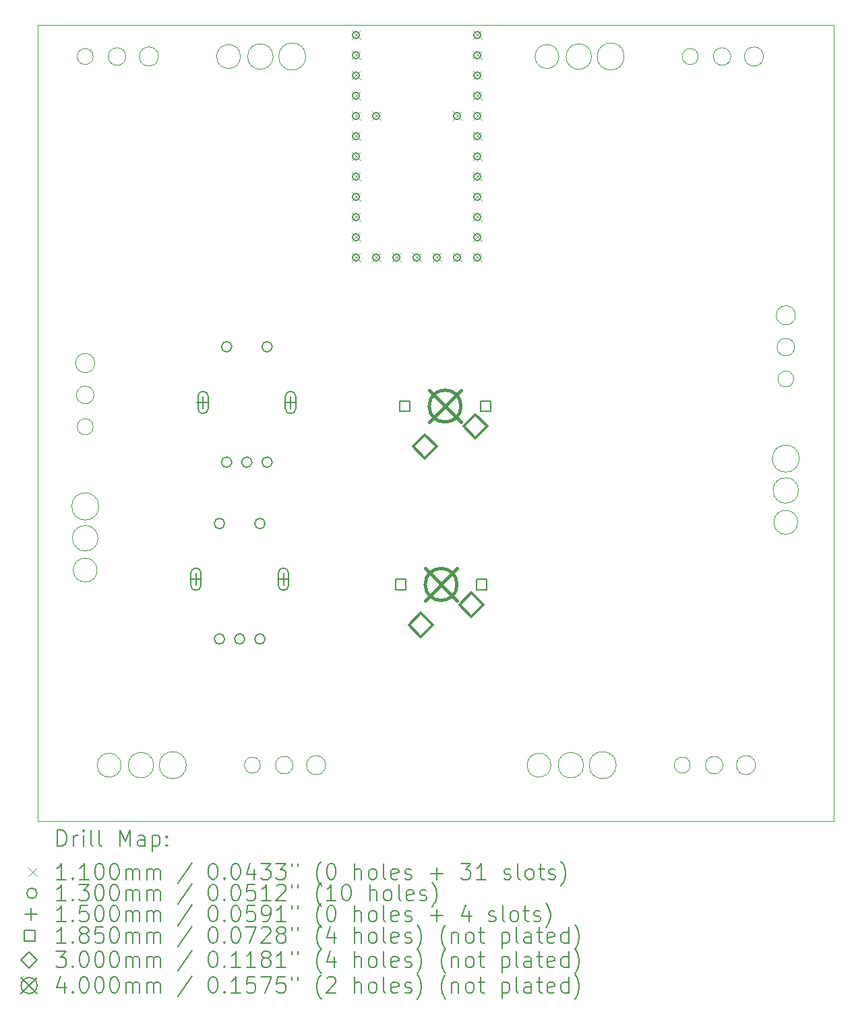
<source format=gbr>
%FSLAX45Y45*%
G04 Gerber Fmt 4.5, Leading zero omitted, Abs format (unit mm)*
G04 Created by KiCad (PCBNEW (6.0.2)) date 2022-03-11 19:19:30*
%MOMM*%
%LPD*%
G01*
G04 APERTURE LIST*
%TA.AperFunction,Profile*%
%ADD10C,0.100000*%
%TD*%
%ADD11C,0.200000*%
%ADD12C,0.110000*%
%ADD13C,0.130000*%
%ADD14C,0.150000*%
%ADD15C,0.185000*%
%ADD16C,0.300000*%
%ADD17C,0.400000*%
G04 APERTURE END LIST*
D10*
X3620000Y700000D02*
G75*
G03*
X3620000Y700000I-120000J0D01*
G01*
X9020000Y700000D02*
G75*
G03*
X9020000Y700000I-120000J0D01*
G01*
X6550000Y9600000D02*
G75*
G03*
X6550000Y9600000I-150000J0D01*
G01*
X9560000Y4150000D02*
G75*
G03*
X9560000Y4150000I-160000J0D01*
G01*
X2550000Y9600000D02*
G75*
G03*
X2550000Y9600000I-150000J0D01*
G01*
X2960000Y9600000D02*
G75*
G03*
X2960000Y9600000I-160000J0D01*
G01*
X9120000Y9600000D02*
G75*
G03*
X9120000Y9600000I-120000J0D01*
G01*
X770000Y3950000D02*
G75*
G03*
X770000Y3950000I-170000J0D01*
G01*
X7370000Y9600000D02*
G75*
G03*
X7370000Y9600000I-170000J0D01*
G01*
X9500000Y5550000D02*
G75*
G03*
X9500000Y5550000I-100000J0D01*
G01*
X1050000Y700000D02*
G75*
G03*
X1050000Y700000I-150000J0D01*
G01*
X750000Y3150000D02*
G75*
G03*
X750000Y3150000I-150000J0D01*
G01*
X720000Y5750000D02*
G75*
G03*
X720000Y5750000I-120000J0D01*
G01*
X9550000Y3750000D02*
G75*
G03*
X9550000Y3750000I-150000J0D01*
G01*
X9510000Y5950000D02*
G75*
G03*
X9510000Y5950000I-110000J0D01*
G01*
X6960000Y9600000D02*
G75*
G03*
X6960000Y9600000I-160000J0D01*
G01*
X760000Y3550000D02*
G75*
G03*
X760000Y3550000I-160000J0D01*
G01*
X7270000Y700000D02*
G75*
G03*
X7270000Y700000I-170000J0D01*
G01*
X1520000Y9600000D02*
G75*
G03*
X1520000Y9600000I-120000J0D01*
G01*
X0Y0D02*
X10000000Y0D01*
X10000000Y0D02*
X10000000Y10000000D01*
X10000000Y10000000D02*
X0Y10000000D01*
X0Y10000000D02*
X0Y0D01*
X6860000Y700000D02*
G75*
G03*
X6860000Y700000I-160000J0D01*
G01*
X700000Y4950000D02*
G75*
G03*
X700000Y4950000I-100000J0D01*
G01*
X8710000Y9600000D02*
G75*
G03*
X8710000Y9600000I-110000J0D01*
G01*
X1870000Y700000D02*
G75*
G03*
X1870000Y700000I-170000J0D01*
G01*
X1460000Y700000D02*
G75*
G03*
X1460000Y700000I-160000J0D01*
G01*
X2800000Y700000D02*
G75*
G03*
X2800000Y700000I-100000J0D01*
G01*
X9520000Y6350000D02*
G75*
G03*
X9520000Y6350000I-120000J0D01*
G01*
X6450000Y700000D02*
G75*
G03*
X6450000Y700000I-150000J0D01*
G01*
X8610000Y700000D02*
G75*
G03*
X8610000Y700000I-110000J0D01*
G01*
X8300000Y9600000D02*
G75*
G03*
X8300000Y9600000I-100000J0D01*
G01*
X9570000Y4550000D02*
G75*
G03*
X9570000Y4550000I-170000J0D01*
G01*
X3210000Y700000D02*
G75*
G03*
X3210000Y700000I-110000J0D01*
G01*
X1110000Y9600000D02*
G75*
G03*
X1110000Y9600000I-110000J0D01*
G01*
X8200000Y700000D02*
G75*
G03*
X8200000Y700000I-100000J0D01*
G01*
X700000Y9600000D02*
G75*
G03*
X700000Y9600000I-100000J0D01*
G01*
X710000Y5350000D02*
G75*
G03*
X710000Y5350000I-110000J0D01*
G01*
X3370000Y9600000D02*
G75*
G03*
X3370000Y9600000I-170000J0D01*
G01*
D11*
D12*
X3945000Y9925000D02*
X4055000Y9815000D01*
X4055000Y9925000D02*
X3945000Y9815000D01*
D11*
X4000000Y9915000D02*
X4000000Y9915000D01*
X4000000Y9825000D02*
X4000000Y9825000D01*
X4000000Y9915000D02*
G75*
G03*
X4000000Y9825000I0J-45000D01*
G01*
X4000000Y9825000D02*
G75*
G03*
X4000000Y9915000I0J45000D01*
G01*
D12*
X3945000Y9671000D02*
X4055000Y9561000D01*
X4055000Y9671000D02*
X3945000Y9561000D01*
D11*
X4000000Y9661000D02*
X4000000Y9661000D01*
X4000000Y9571000D02*
X4000000Y9571000D01*
X4000000Y9661000D02*
G75*
G03*
X4000000Y9571000I0J-45000D01*
G01*
X4000000Y9571000D02*
G75*
G03*
X4000000Y9661000I0J45000D01*
G01*
D12*
X3945000Y9417000D02*
X4055000Y9307000D01*
X4055000Y9417000D02*
X3945000Y9307000D01*
D11*
X4000000Y9407000D02*
X4000000Y9407000D01*
X4000000Y9317000D02*
X4000000Y9317000D01*
X4000000Y9407000D02*
G75*
G03*
X4000000Y9317000I0J-45000D01*
G01*
X4000000Y9317000D02*
G75*
G03*
X4000000Y9407000I0J45000D01*
G01*
D12*
X3945000Y9163000D02*
X4055000Y9053000D01*
X4055000Y9163000D02*
X3945000Y9053000D01*
D11*
X4000000Y9153000D02*
X4000000Y9153000D01*
X4000000Y9063000D02*
X4000000Y9063000D01*
X4000000Y9153000D02*
G75*
G03*
X4000000Y9063000I0J-45000D01*
G01*
X4000000Y9063000D02*
G75*
G03*
X4000000Y9153000I0J45000D01*
G01*
D12*
X3945000Y8909000D02*
X4055000Y8799000D01*
X4055000Y8909000D02*
X3945000Y8799000D01*
D11*
X4000000Y8899000D02*
X4000000Y8899000D01*
X4000000Y8809000D02*
X4000000Y8809000D01*
X4000000Y8899000D02*
G75*
G03*
X4000000Y8809000I0J-45000D01*
G01*
X4000000Y8809000D02*
G75*
G03*
X4000000Y8899000I0J45000D01*
G01*
D12*
X3945000Y8655000D02*
X4055000Y8545000D01*
X4055000Y8655000D02*
X3945000Y8545000D01*
D11*
X4000000Y8645000D02*
X4000000Y8645000D01*
X4000000Y8555000D02*
X4000000Y8555000D01*
X4000000Y8645000D02*
G75*
G03*
X4000000Y8555000I0J-45000D01*
G01*
X4000000Y8555000D02*
G75*
G03*
X4000000Y8645000I0J45000D01*
G01*
D12*
X3945000Y8401000D02*
X4055000Y8291000D01*
X4055000Y8401000D02*
X3945000Y8291000D01*
D11*
X4000000Y8391000D02*
X4000000Y8391000D01*
X4000000Y8301000D02*
X4000000Y8301000D01*
X4000000Y8391000D02*
G75*
G03*
X4000000Y8301000I0J-45000D01*
G01*
X4000000Y8301000D02*
G75*
G03*
X4000000Y8391000I0J45000D01*
G01*
D12*
X3945000Y8147000D02*
X4055000Y8037000D01*
X4055000Y8147000D02*
X3945000Y8037000D01*
D11*
X4000000Y8137000D02*
X4000000Y8137000D01*
X4000000Y8047000D02*
X4000000Y8047000D01*
X4000000Y8137000D02*
G75*
G03*
X4000000Y8047000I0J-45000D01*
G01*
X4000000Y8047000D02*
G75*
G03*
X4000000Y8137000I0J45000D01*
G01*
D12*
X3945000Y7893000D02*
X4055000Y7783000D01*
X4055000Y7893000D02*
X3945000Y7783000D01*
D11*
X4000000Y7883000D02*
X4000000Y7883000D01*
X4000000Y7793000D02*
X4000000Y7793000D01*
X4000000Y7883000D02*
G75*
G03*
X4000000Y7793000I0J-45000D01*
G01*
X4000000Y7793000D02*
G75*
G03*
X4000000Y7883000I0J45000D01*
G01*
D12*
X3945000Y7639000D02*
X4055000Y7529000D01*
X4055000Y7639000D02*
X3945000Y7529000D01*
D11*
X4000000Y7629000D02*
X4000000Y7629000D01*
X4000000Y7539000D02*
X4000000Y7539000D01*
X4000000Y7629000D02*
G75*
G03*
X4000000Y7539000I0J-45000D01*
G01*
X4000000Y7539000D02*
G75*
G03*
X4000000Y7629000I0J45000D01*
G01*
D12*
X3945000Y7385000D02*
X4055000Y7275000D01*
X4055000Y7385000D02*
X3945000Y7275000D01*
D11*
X4000000Y7375000D02*
X4000000Y7375000D01*
X4000000Y7285000D02*
X4000000Y7285000D01*
X4000000Y7375000D02*
G75*
G03*
X4000000Y7285000I0J-45000D01*
G01*
X4000000Y7285000D02*
G75*
G03*
X4000000Y7375000I0J45000D01*
G01*
D12*
X3945000Y7131000D02*
X4055000Y7021000D01*
X4055000Y7131000D02*
X3945000Y7021000D01*
D11*
X4000000Y7121000D02*
X4000000Y7121000D01*
X4000000Y7031000D02*
X4000000Y7031000D01*
X4000000Y7121000D02*
G75*
G03*
X4000000Y7031000I0J-45000D01*
G01*
X4000000Y7031000D02*
G75*
G03*
X4000000Y7121000I0J45000D01*
G01*
D12*
X4199000Y8909000D02*
X4309000Y8799000D01*
X4309000Y8909000D02*
X4199000Y8799000D01*
D11*
X4254000Y8899000D02*
X4254000Y8899000D01*
X4254000Y8809000D02*
X4254000Y8809000D01*
X4254000Y8899000D02*
G75*
G03*
X4254000Y8809000I0J-45000D01*
G01*
X4254000Y8809000D02*
G75*
G03*
X4254000Y8899000I0J45000D01*
G01*
D12*
X4199000Y7131000D02*
X4309000Y7021000D01*
X4309000Y7131000D02*
X4199000Y7021000D01*
D11*
X4254000Y7121000D02*
X4254000Y7121000D01*
X4254000Y7031000D02*
X4254000Y7031000D01*
X4254000Y7121000D02*
G75*
G03*
X4254000Y7031000I0J-45000D01*
G01*
X4254000Y7031000D02*
G75*
G03*
X4254000Y7121000I0J45000D01*
G01*
D12*
X4453000Y7131000D02*
X4563000Y7021000D01*
X4563000Y7131000D02*
X4453000Y7021000D01*
D11*
X4508000Y7121000D02*
X4508000Y7121000D01*
X4508000Y7031000D02*
X4508000Y7031000D01*
X4508000Y7121000D02*
G75*
G03*
X4508000Y7031000I0J-45000D01*
G01*
X4508000Y7031000D02*
G75*
G03*
X4508000Y7121000I0J45000D01*
G01*
D12*
X4707000Y7131000D02*
X4817000Y7021000D01*
X4817000Y7131000D02*
X4707000Y7021000D01*
D11*
X4762000Y7121000D02*
X4762000Y7121000D01*
X4762000Y7031000D02*
X4762000Y7031000D01*
X4762000Y7121000D02*
G75*
G03*
X4762000Y7031000I0J-45000D01*
G01*
X4762000Y7031000D02*
G75*
G03*
X4762000Y7121000I0J45000D01*
G01*
D12*
X4961000Y7131000D02*
X5071000Y7021000D01*
X5071000Y7131000D02*
X4961000Y7021000D01*
D11*
X5016000Y7121000D02*
X5016000Y7121000D01*
X5016000Y7031000D02*
X5016000Y7031000D01*
X5016000Y7121000D02*
G75*
G03*
X5016000Y7031000I0J-45000D01*
G01*
X5016000Y7031000D02*
G75*
G03*
X5016000Y7121000I0J45000D01*
G01*
D12*
X5215000Y8909000D02*
X5325000Y8799000D01*
X5325000Y8909000D02*
X5215000Y8799000D01*
D11*
X5270000Y8899000D02*
X5270000Y8899000D01*
X5270000Y8809000D02*
X5270000Y8809000D01*
X5270000Y8899000D02*
G75*
G03*
X5270000Y8809000I0J-45000D01*
G01*
X5270000Y8809000D02*
G75*
G03*
X5270000Y8899000I0J45000D01*
G01*
D12*
X5215000Y7131000D02*
X5325000Y7021000D01*
X5325000Y7131000D02*
X5215000Y7021000D01*
D11*
X5270000Y7121000D02*
X5270000Y7121000D01*
X5270000Y7031000D02*
X5270000Y7031000D01*
X5270000Y7121000D02*
G75*
G03*
X5270000Y7031000I0J-45000D01*
G01*
X5270000Y7031000D02*
G75*
G03*
X5270000Y7121000I0J45000D01*
G01*
D12*
X5469000Y9925000D02*
X5579000Y9815000D01*
X5579000Y9925000D02*
X5469000Y9815000D01*
D11*
X5524000Y9915000D02*
X5524000Y9915000D01*
X5524000Y9825000D02*
X5524000Y9825000D01*
X5524000Y9915000D02*
G75*
G03*
X5524000Y9825000I0J-45000D01*
G01*
X5524000Y9825000D02*
G75*
G03*
X5524000Y9915000I0J45000D01*
G01*
D12*
X5469000Y9671000D02*
X5579000Y9561000D01*
X5579000Y9671000D02*
X5469000Y9561000D01*
D11*
X5524000Y9661000D02*
X5524000Y9661000D01*
X5524000Y9571000D02*
X5524000Y9571000D01*
X5524000Y9661000D02*
G75*
G03*
X5524000Y9571000I0J-45000D01*
G01*
X5524000Y9571000D02*
G75*
G03*
X5524000Y9661000I0J45000D01*
G01*
D12*
X5469000Y9417000D02*
X5579000Y9307000D01*
X5579000Y9417000D02*
X5469000Y9307000D01*
D11*
X5524000Y9407000D02*
X5524000Y9407000D01*
X5524000Y9317000D02*
X5524000Y9317000D01*
X5524000Y9407000D02*
G75*
G03*
X5524000Y9317000I0J-45000D01*
G01*
X5524000Y9317000D02*
G75*
G03*
X5524000Y9407000I0J45000D01*
G01*
D12*
X5469000Y9163000D02*
X5579000Y9053000D01*
X5579000Y9163000D02*
X5469000Y9053000D01*
D11*
X5524000Y9153000D02*
X5524000Y9153000D01*
X5524000Y9063000D02*
X5524000Y9063000D01*
X5524000Y9153000D02*
G75*
G03*
X5524000Y9063000I0J-45000D01*
G01*
X5524000Y9063000D02*
G75*
G03*
X5524000Y9153000I0J45000D01*
G01*
D12*
X5469000Y8909000D02*
X5579000Y8799000D01*
X5579000Y8909000D02*
X5469000Y8799000D01*
D11*
X5524000Y8899000D02*
X5524000Y8899000D01*
X5524000Y8809000D02*
X5524000Y8809000D01*
X5524000Y8899000D02*
G75*
G03*
X5524000Y8809000I0J-45000D01*
G01*
X5524000Y8809000D02*
G75*
G03*
X5524000Y8899000I0J45000D01*
G01*
D12*
X5469000Y8655000D02*
X5579000Y8545000D01*
X5579000Y8655000D02*
X5469000Y8545000D01*
D11*
X5524000Y8645000D02*
X5524000Y8645000D01*
X5524000Y8555000D02*
X5524000Y8555000D01*
X5524000Y8645000D02*
G75*
G03*
X5524000Y8555000I0J-45000D01*
G01*
X5524000Y8555000D02*
G75*
G03*
X5524000Y8645000I0J45000D01*
G01*
D12*
X5469000Y8401000D02*
X5579000Y8291000D01*
X5579000Y8401000D02*
X5469000Y8291000D01*
D11*
X5524000Y8391000D02*
X5524000Y8391000D01*
X5524000Y8301000D02*
X5524000Y8301000D01*
X5524000Y8391000D02*
G75*
G03*
X5524000Y8301000I0J-45000D01*
G01*
X5524000Y8301000D02*
G75*
G03*
X5524000Y8391000I0J45000D01*
G01*
D12*
X5469000Y8147000D02*
X5579000Y8037000D01*
X5579000Y8147000D02*
X5469000Y8037000D01*
D11*
X5524000Y8137000D02*
X5524000Y8137000D01*
X5524000Y8047000D02*
X5524000Y8047000D01*
X5524000Y8137000D02*
G75*
G03*
X5524000Y8047000I0J-45000D01*
G01*
X5524000Y8047000D02*
G75*
G03*
X5524000Y8137000I0J45000D01*
G01*
D12*
X5469000Y7893000D02*
X5579000Y7783000D01*
X5579000Y7893000D02*
X5469000Y7783000D01*
D11*
X5524000Y7883000D02*
X5524000Y7883000D01*
X5524000Y7793000D02*
X5524000Y7793000D01*
X5524000Y7883000D02*
G75*
G03*
X5524000Y7793000I0J-45000D01*
G01*
X5524000Y7793000D02*
G75*
G03*
X5524000Y7883000I0J45000D01*
G01*
D12*
X5469000Y7639000D02*
X5579000Y7529000D01*
X5579000Y7639000D02*
X5469000Y7529000D01*
D11*
X5524000Y7629000D02*
X5524000Y7629000D01*
X5524000Y7539000D02*
X5524000Y7539000D01*
X5524000Y7629000D02*
G75*
G03*
X5524000Y7539000I0J-45000D01*
G01*
X5524000Y7539000D02*
G75*
G03*
X5524000Y7629000I0J45000D01*
G01*
D12*
X5469000Y7385000D02*
X5579000Y7275000D01*
X5579000Y7385000D02*
X5469000Y7275000D01*
D11*
X5524000Y7375000D02*
X5524000Y7375000D01*
X5524000Y7285000D02*
X5524000Y7285000D01*
X5524000Y7375000D02*
G75*
G03*
X5524000Y7285000I0J-45000D01*
G01*
X5524000Y7285000D02*
G75*
G03*
X5524000Y7375000I0J45000D01*
G01*
D12*
X5469000Y7131000D02*
X5579000Y7021000D01*
X5579000Y7131000D02*
X5469000Y7021000D01*
D11*
X5524000Y7121000D02*
X5524000Y7121000D01*
X5524000Y7031000D02*
X5524000Y7031000D01*
X5524000Y7121000D02*
G75*
G03*
X5524000Y7031000I0J-45000D01*
G01*
X5524000Y7031000D02*
G75*
G03*
X5524000Y7121000I0J45000D01*
G01*
D13*
X2351000Y3735000D02*
G75*
G03*
X2351000Y3735000I-65000J0D01*
G01*
X2351000Y2285000D02*
G75*
G03*
X2351000Y2285000I-65000J0D01*
G01*
X2441000Y5955000D02*
G75*
G03*
X2441000Y5955000I-65000J0D01*
G01*
X2441000Y4505000D02*
G75*
G03*
X2441000Y4505000I-65000J0D01*
G01*
X2605000Y2285000D02*
G75*
G03*
X2605000Y2285000I-65000J0D01*
G01*
X2695000Y4505000D02*
G75*
G03*
X2695000Y4505000I-65000J0D01*
G01*
X2859000Y3735000D02*
G75*
G03*
X2859000Y3735000I-65000J0D01*
G01*
X2859000Y2285000D02*
G75*
G03*
X2859000Y2285000I-65000J0D01*
G01*
X2949000Y5955000D02*
G75*
G03*
X2949000Y5955000I-65000J0D01*
G01*
X2949000Y4505000D02*
G75*
G03*
X2949000Y4505000I-65000J0D01*
G01*
D14*
X1990000Y3110000D02*
X1990000Y2960000D01*
X1915000Y3035000D02*
X2065000Y3035000D01*
D11*
X2055000Y2960000D02*
X2055000Y3110000D01*
X1925000Y2960000D02*
X1925000Y3110000D01*
X2055000Y3110000D02*
G75*
G03*
X1925000Y3110000I-65000J0D01*
G01*
X1925000Y2960000D02*
G75*
G03*
X2055000Y2960000I65000J0D01*
G01*
D14*
X2080000Y5330000D02*
X2080000Y5180000D01*
X2005000Y5255000D02*
X2155000Y5255000D01*
D11*
X2145000Y5180000D02*
X2145000Y5330000D01*
X2015000Y5180000D02*
X2015000Y5330000D01*
X2145000Y5330000D02*
G75*
G03*
X2015000Y5330000I-65000J0D01*
G01*
X2015000Y5180000D02*
G75*
G03*
X2145000Y5180000I65000J0D01*
G01*
D14*
X3090000Y3110000D02*
X3090000Y2960000D01*
X3015000Y3035000D02*
X3165000Y3035000D01*
D11*
X3155000Y2960000D02*
X3155000Y3110000D01*
X3025000Y2960000D02*
X3025000Y3110000D01*
X3155000Y3110000D02*
G75*
G03*
X3025000Y3110000I-65000J0D01*
G01*
X3025000Y2960000D02*
G75*
G03*
X3155000Y2960000I65000J0D01*
G01*
D14*
X3180000Y5330000D02*
X3180000Y5180000D01*
X3105000Y5255000D02*
X3255000Y5255000D01*
D11*
X3245000Y5180000D02*
X3245000Y5330000D01*
X3115000Y5180000D02*
X3115000Y5330000D01*
X3245000Y5330000D02*
G75*
G03*
X3115000Y5330000I-65000J0D01*
G01*
X3115000Y5180000D02*
G75*
G03*
X3245000Y5180000I65000J0D01*
G01*
D15*
X4627408Y2904592D02*
X4627408Y3035408D01*
X4496592Y3035408D01*
X4496592Y2904592D01*
X4627408Y2904592D01*
X4677408Y5144592D02*
X4677408Y5275408D01*
X4546592Y5275408D01*
X4546592Y5144592D01*
X4677408Y5144592D01*
X5643408Y2904592D02*
X5643408Y3035408D01*
X5512592Y3035408D01*
X5512592Y2904592D01*
X5643408Y2904592D01*
X5693408Y5144592D02*
X5693408Y5275408D01*
X5562592Y5275408D01*
X5562592Y5144592D01*
X5693408Y5144592D01*
D16*
X4816000Y2312000D02*
X4966000Y2462000D01*
X4816000Y2612000D01*
X4666000Y2462000D01*
X4816000Y2312000D01*
X4866000Y4552000D02*
X5016000Y4702000D01*
X4866000Y4852000D01*
X4716000Y4702000D01*
X4866000Y4552000D01*
X5451000Y2566000D02*
X5601000Y2716000D01*
X5451000Y2866000D01*
X5301000Y2716000D01*
X5451000Y2566000D01*
X5501000Y4806000D02*
X5651000Y4956000D01*
X5501000Y5106000D01*
X5351000Y4956000D01*
X5501000Y4806000D01*
D17*
X4870000Y3170000D02*
X5270000Y2770000D01*
X5270000Y3170000D02*
X4870000Y2770000D01*
X5270000Y2970000D02*
G75*
G03*
X5270000Y2970000I-200000J0D01*
G01*
X4920000Y5410000D02*
X5320000Y5010000D01*
X5320000Y5410000D02*
X4920000Y5010000D01*
X5320000Y5210000D02*
G75*
G03*
X5320000Y5210000I-200000J0D01*
G01*
D11*
X252619Y-315476D02*
X252619Y-115476D01*
X300238Y-115476D01*
X328810Y-125000D01*
X347857Y-144048D01*
X357381Y-163095D01*
X366905Y-201190D01*
X366905Y-229762D01*
X357381Y-267857D01*
X347857Y-286905D01*
X328810Y-305952D01*
X300238Y-315476D01*
X252619Y-315476D01*
X452619Y-315476D02*
X452619Y-182143D01*
X452619Y-220238D02*
X462143Y-201190D01*
X471667Y-191667D01*
X490714Y-182143D01*
X509762Y-182143D01*
X576429Y-315476D02*
X576429Y-182143D01*
X576429Y-115476D02*
X566905Y-125000D01*
X576429Y-134524D01*
X585952Y-125000D01*
X576429Y-115476D01*
X576429Y-134524D01*
X700238Y-315476D02*
X681190Y-305952D01*
X671667Y-286905D01*
X671667Y-115476D01*
X805000Y-315476D02*
X785952Y-305952D01*
X776428Y-286905D01*
X776428Y-115476D01*
X1033571Y-315476D02*
X1033571Y-115476D01*
X1100238Y-258333D01*
X1166905Y-115476D01*
X1166905Y-315476D01*
X1347857Y-315476D02*
X1347857Y-210714D01*
X1338333Y-191667D01*
X1319286Y-182143D01*
X1281190Y-182143D01*
X1262143Y-191667D01*
X1347857Y-305952D02*
X1328810Y-315476D01*
X1281190Y-315476D01*
X1262143Y-305952D01*
X1252619Y-286905D01*
X1252619Y-267857D01*
X1262143Y-248809D01*
X1281190Y-239286D01*
X1328810Y-239286D01*
X1347857Y-229762D01*
X1443095Y-182143D02*
X1443095Y-382143D01*
X1443095Y-191667D02*
X1462143Y-182143D01*
X1500238Y-182143D01*
X1519286Y-191667D01*
X1528809Y-201190D01*
X1538333Y-220238D01*
X1538333Y-277381D01*
X1528809Y-296429D01*
X1519286Y-305952D01*
X1500238Y-315476D01*
X1462143Y-315476D01*
X1443095Y-305952D01*
X1624048Y-296429D02*
X1633571Y-305952D01*
X1624048Y-315476D01*
X1614524Y-305952D01*
X1624048Y-296429D01*
X1624048Y-315476D01*
X1624048Y-191667D02*
X1633571Y-201190D01*
X1624048Y-210714D01*
X1614524Y-201190D01*
X1624048Y-191667D01*
X1624048Y-210714D01*
D12*
X-115000Y-590000D02*
X-5000Y-700000D01*
X-5000Y-590000D02*
X-115000Y-700000D01*
D11*
X357381Y-735476D02*
X243095Y-735476D01*
X300238Y-735476D02*
X300238Y-535476D01*
X281190Y-564048D01*
X262143Y-583095D01*
X243095Y-592619D01*
X443095Y-716428D02*
X452619Y-725952D01*
X443095Y-735476D01*
X433571Y-725952D01*
X443095Y-716428D01*
X443095Y-735476D01*
X643095Y-735476D02*
X528810Y-735476D01*
X585952Y-735476D02*
X585952Y-535476D01*
X566905Y-564048D01*
X547857Y-583095D01*
X528810Y-592619D01*
X766905Y-535476D02*
X785952Y-535476D01*
X805000Y-545000D01*
X814524Y-554524D01*
X824048Y-573571D01*
X833571Y-611667D01*
X833571Y-659286D01*
X824048Y-697381D01*
X814524Y-716428D01*
X805000Y-725952D01*
X785952Y-735476D01*
X766905Y-735476D01*
X747857Y-725952D01*
X738333Y-716428D01*
X728809Y-697381D01*
X719286Y-659286D01*
X719286Y-611667D01*
X728809Y-573571D01*
X738333Y-554524D01*
X747857Y-545000D01*
X766905Y-535476D01*
X957381Y-535476D02*
X976428Y-535476D01*
X995476Y-545000D01*
X1005000Y-554524D01*
X1014524Y-573571D01*
X1024048Y-611667D01*
X1024048Y-659286D01*
X1014524Y-697381D01*
X1005000Y-716428D01*
X995476Y-725952D01*
X976428Y-735476D01*
X957381Y-735476D01*
X938333Y-725952D01*
X928809Y-716428D01*
X919286Y-697381D01*
X909762Y-659286D01*
X909762Y-611667D01*
X919286Y-573571D01*
X928809Y-554524D01*
X938333Y-545000D01*
X957381Y-535476D01*
X1109762Y-735476D02*
X1109762Y-602143D01*
X1109762Y-621190D02*
X1119286Y-611667D01*
X1138333Y-602143D01*
X1166905Y-602143D01*
X1185952Y-611667D01*
X1195476Y-630714D01*
X1195476Y-735476D01*
X1195476Y-630714D02*
X1205000Y-611667D01*
X1224048Y-602143D01*
X1252619Y-602143D01*
X1271667Y-611667D01*
X1281190Y-630714D01*
X1281190Y-735476D01*
X1376429Y-735476D02*
X1376429Y-602143D01*
X1376429Y-621190D02*
X1385952Y-611667D01*
X1405000Y-602143D01*
X1433571Y-602143D01*
X1452619Y-611667D01*
X1462143Y-630714D01*
X1462143Y-735476D01*
X1462143Y-630714D02*
X1471667Y-611667D01*
X1490714Y-602143D01*
X1519286Y-602143D01*
X1538333Y-611667D01*
X1547857Y-630714D01*
X1547857Y-735476D01*
X1938333Y-525952D02*
X1766905Y-783095D01*
X2195476Y-535476D02*
X2214524Y-535476D01*
X2233571Y-545000D01*
X2243095Y-554524D01*
X2252619Y-573571D01*
X2262143Y-611667D01*
X2262143Y-659286D01*
X2252619Y-697381D01*
X2243095Y-716428D01*
X2233571Y-725952D01*
X2214524Y-735476D01*
X2195476Y-735476D01*
X2176429Y-725952D01*
X2166905Y-716428D01*
X2157381Y-697381D01*
X2147857Y-659286D01*
X2147857Y-611667D01*
X2157381Y-573571D01*
X2166905Y-554524D01*
X2176429Y-545000D01*
X2195476Y-535476D01*
X2347857Y-716428D02*
X2357381Y-725952D01*
X2347857Y-735476D01*
X2338333Y-725952D01*
X2347857Y-716428D01*
X2347857Y-735476D01*
X2481190Y-535476D02*
X2500238Y-535476D01*
X2519286Y-545000D01*
X2528810Y-554524D01*
X2538333Y-573571D01*
X2547857Y-611667D01*
X2547857Y-659286D01*
X2538333Y-697381D01*
X2528810Y-716428D01*
X2519286Y-725952D01*
X2500238Y-735476D01*
X2481190Y-735476D01*
X2462143Y-725952D01*
X2452619Y-716428D01*
X2443095Y-697381D01*
X2433571Y-659286D01*
X2433571Y-611667D01*
X2443095Y-573571D01*
X2452619Y-554524D01*
X2462143Y-545000D01*
X2481190Y-535476D01*
X2719286Y-602143D02*
X2719286Y-735476D01*
X2671667Y-525952D02*
X2624048Y-668810D01*
X2747857Y-668810D01*
X2805000Y-535476D02*
X2928809Y-535476D01*
X2862143Y-611667D01*
X2890714Y-611667D01*
X2909762Y-621190D01*
X2919286Y-630714D01*
X2928809Y-649762D01*
X2928809Y-697381D01*
X2919286Y-716428D01*
X2909762Y-725952D01*
X2890714Y-735476D01*
X2833571Y-735476D01*
X2814524Y-725952D01*
X2805000Y-716428D01*
X2995476Y-535476D02*
X3119286Y-535476D01*
X3052619Y-611667D01*
X3081190Y-611667D01*
X3100238Y-621190D01*
X3109762Y-630714D01*
X3119286Y-649762D01*
X3119286Y-697381D01*
X3109762Y-716428D01*
X3100238Y-725952D01*
X3081190Y-735476D01*
X3024048Y-735476D01*
X3005000Y-725952D01*
X2995476Y-716428D01*
X3195476Y-535476D02*
X3195476Y-573571D01*
X3271667Y-535476D02*
X3271667Y-573571D01*
X3566905Y-811667D02*
X3557381Y-802143D01*
X3538333Y-773571D01*
X3528809Y-754524D01*
X3519286Y-725952D01*
X3509762Y-678333D01*
X3509762Y-640238D01*
X3519286Y-592619D01*
X3528809Y-564048D01*
X3538333Y-545000D01*
X3557381Y-516428D01*
X3566905Y-506905D01*
X3681190Y-535476D02*
X3700238Y-535476D01*
X3719286Y-545000D01*
X3728809Y-554524D01*
X3738333Y-573571D01*
X3747857Y-611667D01*
X3747857Y-659286D01*
X3738333Y-697381D01*
X3728809Y-716428D01*
X3719286Y-725952D01*
X3700238Y-735476D01*
X3681190Y-735476D01*
X3662143Y-725952D01*
X3652619Y-716428D01*
X3643095Y-697381D01*
X3633571Y-659286D01*
X3633571Y-611667D01*
X3643095Y-573571D01*
X3652619Y-554524D01*
X3662143Y-545000D01*
X3681190Y-535476D01*
X3985952Y-735476D02*
X3985952Y-535476D01*
X4071667Y-735476D02*
X4071667Y-630714D01*
X4062143Y-611667D01*
X4043095Y-602143D01*
X4014524Y-602143D01*
X3995476Y-611667D01*
X3985952Y-621190D01*
X4195476Y-735476D02*
X4176428Y-725952D01*
X4166905Y-716428D01*
X4157381Y-697381D01*
X4157381Y-640238D01*
X4166905Y-621190D01*
X4176428Y-611667D01*
X4195476Y-602143D01*
X4224048Y-602143D01*
X4243095Y-611667D01*
X4252619Y-621190D01*
X4262143Y-640238D01*
X4262143Y-697381D01*
X4252619Y-716428D01*
X4243095Y-725952D01*
X4224048Y-735476D01*
X4195476Y-735476D01*
X4376429Y-735476D02*
X4357381Y-725952D01*
X4347857Y-706905D01*
X4347857Y-535476D01*
X4528810Y-725952D02*
X4509762Y-735476D01*
X4471667Y-735476D01*
X4452619Y-725952D01*
X4443095Y-706905D01*
X4443095Y-630714D01*
X4452619Y-611667D01*
X4471667Y-602143D01*
X4509762Y-602143D01*
X4528810Y-611667D01*
X4538333Y-630714D01*
X4538333Y-649762D01*
X4443095Y-668810D01*
X4614524Y-725952D02*
X4633571Y-735476D01*
X4671667Y-735476D01*
X4690714Y-725952D01*
X4700238Y-706905D01*
X4700238Y-697381D01*
X4690714Y-678333D01*
X4671667Y-668810D01*
X4643095Y-668810D01*
X4624048Y-659286D01*
X4614524Y-640238D01*
X4614524Y-630714D01*
X4624048Y-611667D01*
X4643095Y-602143D01*
X4671667Y-602143D01*
X4690714Y-611667D01*
X4938333Y-659286D02*
X5090714Y-659286D01*
X5014524Y-735476D02*
X5014524Y-583095D01*
X5319286Y-535476D02*
X5443095Y-535476D01*
X5376429Y-611667D01*
X5405000Y-611667D01*
X5424048Y-621190D01*
X5433571Y-630714D01*
X5443095Y-649762D01*
X5443095Y-697381D01*
X5433571Y-716428D01*
X5424048Y-725952D01*
X5405000Y-735476D01*
X5347857Y-735476D01*
X5328810Y-725952D01*
X5319286Y-716428D01*
X5633571Y-735476D02*
X5519286Y-735476D01*
X5576429Y-735476D02*
X5576429Y-535476D01*
X5557381Y-564048D01*
X5538333Y-583095D01*
X5519286Y-592619D01*
X5862143Y-725952D02*
X5881190Y-735476D01*
X5919286Y-735476D01*
X5938333Y-725952D01*
X5947857Y-706905D01*
X5947857Y-697381D01*
X5938333Y-678333D01*
X5919286Y-668810D01*
X5890714Y-668810D01*
X5871667Y-659286D01*
X5862143Y-640238D01*
X5862143Y-630714D01*
X5871667Y-611667D01*
X5890714Y-602143D01*
X5919286Y-602143D01*
X5938333Y-611667D01*
X6062143Y-735476D02*
X6043095Y-725952D01*
X6033571Y-706905D01*
X6033571Y-535476D01*
X6166905Y-735476D02*
X6147857Y-725952D01*
X6138333Y-716428D01*
X6128809Y-697381D01*
X6128809Y-640238D01*
X6138333Y-621190D01*
X6147857Y-611667D01*
X6166905Y-602143D01*
X6195476Y-602143D01*
X6214524Y-611667D01*
X6224048Y-621190D01*
X6233571Y-640238D01*
X6233571Y-697381D01*
X6224048Y-716428D01*
X6214524Y-725952D01*
X6195476Y-735476D01*
X6166905Y-735476D01*
X6290714Y-602143D02*
X6366905Y-602143D01*
X6319286Y-535476D02*
X6319286Y-706905D01*
X6328809Y-725952D01*
X6347857Y-735476D01*
X6366905Y-735476D01*
X6424048Y-725952D02*
X6443095Y-735476D01*
X6481190Y-735476D01*
X6500238Y-725952D01*
X6509762Y-706905D01*
X6509762Y-697381D01*
X6500238Y-678333D01*
X6481190Y-668810D01*
X6452619Y-668810D01*
X6433571Y-659286D01*
X6424048Y-640238D01*
X6424048Y-630714D01*
X6433571Y-611667D01*
X6452619Y-602143D01*
X6481190Y-602143D01*
X6500238Y-611667D01*
X6576428Y-811667D02*
X6585952Y-802143D01*
X6605000Y-773571D01*
X6614524Y-754524D01*
X6624048Y-725952D01*
X6633571Y-678333D01*
X6633571Y-640238D01*
X6624048Y-592619D01*
X6614524Y-564048D01*
X6605000Y-545000D01*
X6585952Y-516428D01*
X6576428Y-506905D01*
D13*
X-5000Y-909000D02*
G75*
G03*
X-5000Y-909000I-65000J0D01*
G01*
D11*
X357381Y-999476D02*
X243095Y-999476D01*
X300238Y-999476D02*
X300238Y-799476D01*
X281190Y-828048D01*
X262143Y-847095D01*
X243095Y-856619D01*
X443095Y-980428D02*
X452619Y-989952D01*
X443095Y-999476D01*
X433571Y-989952D01*
X443095Y-980428D01*
X443095Y-999476D01*
X519286Y-799476D02*
X643095Y-799476D01*
X576429Y-875667D01*
X605000Y-875667D01*
X624048Y-885190D01*
X633571Y-894714D01*
X643095Y-913762D01*
X643095Y-961381D01*
X633571Y-980428D01*
X624048Y-989952D01*
X605000Y-999476D01*
X547857Y-999476D01*
X528810Y-989952D01*
X519286Y-980428D01*
X766905Y-799476D02*
X785952Y-799476D01*
X805000Y-809000D01*
X814524Y-818524D01*
X824048Y-837571D01*
X833571Y-875667D01*
X833571Y-923286D01*
X824048Y-961381D01*
X814524Y-980428D01*
X805000Y-989952D01*
X785952Y-999476D01*
X766905Y-999476D01*
X747857Y-989952D01*
X738333Y-980428D01*
X728809Y-961381D01*
X719286Y-923286D01*
X719286Y-875667D01*
X728809Y-837571D01*
X738333Y-818524D01*
X747857Y-809000D01*
X766905Y-799476D01*
X957381Y-799476D02*
X976428Y-799476D01*
X995476Y-809000D01*
X1005000Y-818524D01*
X1014524Y-837571D01*
X1024048Y-875667D01*
X1024048Y-923286D01*
X1014524Y-961381D01*
X1005000Y-980428D01*
X995476Y-989952D01*
X976428Y-999476D01*
X957381Y-999476D01*
X938333Y-989952D01*
X928809Y-980428D01*
X919286Y-961381D01*
X909762Y-923286D01*
X909762Y-875667D01*
X919286Y-837571D01*
X928809Y-818524D01*
X938333Y-809000D01*
X957381Y-799476D01*
X1109762Y-999476D02*
X1109762Y-866143D01*
X1109762Y-885190D02*
X1119286Y-875667D01*
X1138333Y-866143D01*
X1166905Y-866143D01*
X1185952Y-875667D01*
X1195476Y-894714D01*
X1195476Y-999476D01*
X1195476Y-894714D02*
X1205000Y-875667D01*
X1224048Y-866143D01*
X1252619Y-866143D01*
X1271667Y-875667D01*
X1281190Y-894714D01*
X1281190Y-999476D01*
X1376429Y-999476D02*
X1376429Y-866143D01*
X1376429Y-885190D02*
X1385952Y-875667D01*
X1405000Y-866143D01*
X1433571Y-866143D01*
X1452619Y-875667D01*
X1462143Y-894714D01*
X1462143Y-999476D01*
X1462143Y-894714D02*
X1471667Y-875667D01*
X1490714Y-866143D01*
X1519286Y-866143D01*
X1538333Y-875667D01*
X1547857Y-894714D01*
X1547857Y-999476D01*
X1938333Y-789952D02*
X1766905Y-1047095D01*
X2195476Y-799476D02*
X2214524Y-799476D01*
X2233571Y-809000D01*
X2243095Y-818524D01*
X2252619Y-837571D01*
X2262143Y-875667D01*
X2262143Y-923286D01*
X2252619Y-961381D01*
X2243095Y-980428D01*
X2233571Y-989952D01*
X2214524Y-999476D01*
X2195476Y-999476D01*
X2176429Y-989952D01*
X2166905Y-980428D01*
X2157381Y-961381D01*
X2147857Y-923286D01*
X2147857Y-875667D01*
X2157381Y-837571D01*
X2166905Y-818524D01*
X2176429Y-809000D01*
X2195476Y-799476D01*
X2347857Y-980428D02*
X2357381Y-989952D01*
X2347857Y-999476D01*
X2338333Y-989952D01*
X2347857Y-980428D01*
X2347857Y-999476D01*
X2481190Y-799476D02*
X2500238Y-799476D01*
X2519286Y-809000D01*
X2528810Y-818524D01*
X2538333Y-837571D01*
X2547857Y-875667D01*
X2547857Y-923286D01*
X2538333Y-961381D01*
X2528810Y-980428D01*
X2519286Y-989952D01*
X2500238Y-999476D01*
X2481190Y-999476D01*
X2462143Y-989952D01*
X2452619Y-980428D01*
X2443095Y-961381D01*
X2433571Y-923286D01*
X2433571Y-875667D01*
X2443095Y-837571D01*
X2452619Y-818524D01*
X2462143Y-809000D01*
X2481190Y-799476D01*
X2728810Y-799476D02*
X2633571Y-799476D01*
X2624048Y-894714D01*
X2633571Y-885190D01*
X2652619Y-875667D01*
X2700238Y-875667D01*
X2719286Y-885190D01*
X2728810Y-894714D01*
X2738333Y-913762D01*
X2738333Y-961381D01*
X2728810Y-980428D01*
X2719286Y-989952D01*
X2700238Y-999476D01*
X2652619Y-999476D01*
X2633571Y-989952D01*
X2624048Y-980428D01*
X2928809Y-999476D02*
X2814524Y-999476D01*
X2871667Y-999476D02*
X2871667Y-799476D01*
X2852619Y-828048D01*
X2833571Y-847095D01*
X2814524Y-856619D01*
X3005000Y-818524D02*
X3014524Y-809000D01*
X3033571Y-799476D01*
X3081190Y-799476D01*
X3100238Y-809000D01*
X3109762Y-818524D01*
X3119286Y-837571D01*
X3119286Y-856619D01*
X3109762Y-885190D01*
X2995476Y-999476D01*
X3119286Y-999476D01*
X3195476Y-799476D02*
X3195476Y-837571D01*
X3271667Y-799476D02*
X3271667Y-837571D01*
X3566905Y-1075667D02*
X3557381Y-1066143D01*
X3538333Y-1037571D01*
X3528809Y-1018524D01*
X3519286Y-989952D01*
X3509762Y-942333D01*
X3509762Y-904238D01*
X3519286Y-856619D01*
X3528809Y-828048D01*
X3538333Y-809000D01*
X3557381Y-780428D01*
X3566905Y-770905D01*
X3747857Y-999476D02*
X3633571Y-999476D01*
X3690714Y-999476D02*
X3690714Y-799476D01*
X3671667Y-828048D01*
X3652619Y-847095D01*
X3633571Y-856619D01*
X3871667Y-799476D02*
X3890714Y-799476D01*
X3909762Y-809000D01*
X3919286Y-818524D01*
X3928809Y-837571D01*
X3938333Y-875667D01*
X3938333Y-923286D01*
X3928809Y-961381D01*
X3919286Y-980428D01*
X3909762Y-989952D01*
X3890714Y-999476D01*
X3871667Y-999476D01*
X3852619Y-989952D01*
X3843095Y-980428D01*
X3833571Y-961381D01*
X3824048Y-923286D01*
X3824048Y-875667D01*
X3833571Y-837571D01*
X3843095Y-818524D01*
X3852619Y-809000D01*
X3871667Y-799476D01*
X4176428Y-999476D02*
X4176428Y-799476D01*
X4262143Y-999476D02*
X4262143Y-894714D01*
X4252619Y-875667D01*
X4233571Y-866143D01*
X4205000Y-866143D01*
X4185952Y-875667D01*
X4176428Y-885190D01*
X4385952Y-999476D02*
X4366905Y-989952D01*
X4357381Y-980428D01*
X4347857Y-961381D01*
X4347857Y-904238D01*
X4357381Y-885190D01*
X4366905Y-875667D01*
X4385952Y-866143D01*
X4414524Y-866143D01*
X4433571Y-875667D01*
X4443095Y-885190D01*
X4452619Y-904238D01*
X4452619Y-961381D01*
X4443095Y-980428D01*
X4433571Y-989952D01*
X4414524Y-999476D01*
X4385952Y-999476D01*
X4566905Y-999476D02*
X4547857Y-989952D01*
X4538333Y-970905D01*
X4538333Y-799476D01*
X4719286Y-989952D02*
X4700238Y-999476D01*
X4662143Y-999476D01*
X4643095Y-989952D01*
X4633571Y-970905D01*
X4633571Y-894714D01*
X4643095Y-875667D01*
X4662143Y-866143D01*
X4700238Y-866143D01*
X4719286Y-875667D01*
X4728810Y-894714D01*
X4728810Y-913762D01*
X4633571Y-932809D01*
X4805000Y-989952D02*
X4824048Y-999476D01*
X4862143Y-999476D01*
X4881190Y-989952D01*
X4890714Y-970905D01*
X4890714Y-961381D01*
X4881190Y-942333D01*
X4862143Y-932809D01*
X4833571Y-932809D01*
X4814524Y-923286D01*
X4805000Y-904238D01*
X4805000Y-894714D01*
X4814524Y-875667D01*
X4833571Y-866143D01*
X4862143Y-866143D01*
X4881190Y-875667D01*
X4957381Y-1075667D02*
X4966905Y-1066143D01*
X4985952Y-1037571D01*
X4995476Y-1018524D01*
X5005000Y-989952D01*
X5014524Y-942333D01*
X5014524Y-904238D01*
X5005000Y-856619D01*
X4995476Y-828048D01*
X4985952Y-809000D01*
X4966905Y-780428D01*
X4957381Y-770905D01*
D14*
X-80000Y-1098000D02*
X-80000Y-1248000D01*
X-155000Y-1173000D02*
X-5000Y-1173000D01*
D11*
X357381Y-1263476D02*
X243095Y-1263476D01*
X300238Y-1263476D02*
X300238Y-1063476D01*
X281190Y-1092048D01*
X262143Y-1111095D01*
X243095Y-1120619D01*
X443095Y-1244429D02*
X452619Y-1253952D01*
X443095Y-1263476D01*
X433571Y-1253952D01*
X443095Y-1244429D01*
X443095Y-1263476D01*
X633571Y-1063476D02*
X538333Y-1063476D01*
X528810Y-1158714D01*
X538333Y-1149190D01*
X557381Y-1139667D01*
X605000Y-1139667D01*
X624048Y-1149190D01*
X633571Y-1158714D01*
X643095Y-1177762D01*
X643095Y-1225381D01*
X633571Y-1244429D01*
X624048Y-1253952D01*
X605000Y-1263476D01*
X557381Y-1263476D01*
X538333Y-1253952D01*
X528810Y-1244429D01*
X766905Y-1063476D02*
X785952Y-1063476D01*
X805000Y-1073000D01*
X814524Y-1082524D01*
X824048Y-1101571D01*
X833571Y-1139667D01*
X833571Y-1187286D01*
X824048Y-1225381D01*
X814524Y-1244429D01*
X805000Y-1253952D01*
X785952Y-1263476D01*
X766905Y-1263476D01*
X747857Y-1253952D01*
X738333Y-1244429D01*
X728809Y-1225381D01*
X719286Y-1187286D01*
X719286Y-1139667D01*
X728809Y-1101571D01*
X738333Y-1082524D01*
X747857Y-1073000D01*
X766905Y-1063476D01*
X957381Y-1063476D02*
X976428Y-1063476D01*
X995476Y-1073000D01*
X1005000Y-1082524D01*
X1014524Y-1101571D01*
X1024048Y-1139667D01*
X1024048Y-1187286D01*
X1014524Y-1225381D01*
X1005000Y-1244429D01*
X995476Y-1253952D01*
X976428Y-1263476D01*
X957381Y-1263476D01*
X938333Y-1253952D01*
X928809Y-1244429D01*
X919286Y-1225381D01*
X909762Y-1187286D01*
X909762Y-1139667D01*
X919286Y-1101571D01*
X928809Y-1082524D01*
X938333Y-1073000D01*
X957381Y-1063476D01*
X1109762Y-1263476D02*
X1109762Y-1130143D01*
X1109762Y-1149190D02*
X1119286Y-1139667D01*
X1138333Y-1130143D01*
X1166905Y-1130143D01*
X1185952Y-1139667D01*
X1195476Y-1158714D01*
X1195476Y-1263476D01*
X1195476Y-1158714D02*
X1205000Y-1139667D01*
X1224048Y-1130143D01*
X1252619Y-1130143D01*
X1271667Y-1139667D01*
X1281190Y-1158714D01*
X1281190Y-1263476D01*
X1376429Y-1263476D02*
X1376429Y-1130143D01*
X1376429Y-1149190D02*
X1385952Y-1139667D01*
X1405000Y-1130143D01*
X1433571Y-1130143D01*
X1452619Y-1139667D01*
X1462143Y-1158714D01*
X1462143Y-1263476D01*
X1462143Y-1158714D02*
X1471667Y-1139667D01*
X1490714Y-1130143D01*
X1519286Y-1130143D01*
X1538333Y-1139667D01*
X1547857Y-1158714D01*
X1547857Y-1263476D01*
X1938333Y-1053952D02*
X1766905Y-1311095D01*
X2195476Y-1063476D02*
X2214524Y-1063476D01*
X2233571Y-1073000D01*
X2243095Y-1082524D01*
X2252619Y-1101571D01*
X2262143Y-1139667D01*
X2262143Y-1187286D01*
X2252619Y-1225381D01*
X2243095Y-1244429D01*
X2233571Y-1253952D01*
X2214524Y-1263476D01*
X2195476Y-1263476D01*
X2176429Y-1253952D01*
X2166905Y-1244429D01*
X2157381Y-1225381D01*
X2147857Y-1187286D01*
X2147857Y-1139667D01*
X2157381Y-1101571D01*
X2166905Y-1082524D01*
X2176429Y-1073000D01*
X2195476Y-1063476D01*
X2347857Y-1244429D02*
X2357381Y-1253952D01*
X2347857Y-1263476D01*
X2338333Y-1253952D01*
X2347857Y-1244429D01*
X2347857Y-1263476D01*
X2481190Y-1063476D02*
X2500238Y-1063476D01*
X2519286Y-1073000D01*
X2528810Y-1082524D01*
X2538333Y-1101571D01*
X2547857Y-1139667D01*
X2547857Y-1187286D01*
X2538333Y-1225381D01*
X2528810Y-1244429D01*
X2519286Y-1253952D01*
X2500238Y-1263476D01*
X2481190Y-1263476D01*
X2462143Y-1253952D01*
X2452619Y-1244429D01*
X2443095Y-1225381D01*
X2433571Y-1187286D01*
X2433571Y-1139667D01*
X2443095Y-1101571D01*
X2452619Y-1082524D01*
X2462143Y-1073000D01*
X2481190Y-1063476D01*
X2728810Y-1063476D02*
X2633571Y-1063476D01*
X2624048Y-1158714D01*
X2633571Y-1149190D01*
X2652619Y-1139667D01*
X2700238Y-1139667D01*
X2719286Y-1149190D01*
X2728810Y-1158714D01*
X2738333Y-1177762D01*
X2738333Y-1225381D01*
X2728810Y-1244429D01*
X2719286Y-1253952D01*
X2700238Y-1263476D01*
X2652619Y-1263476D01*
X2633571Y-1253952D01*
X2624048Y-1244429D01*
X2833571Y-1263476D02*
X2871667Y-1263476D01*
X2890714Y-1253952D01*
X2900238Y-1244429D01*
X2919286Y-1215857D01*
X2928809Y-1177762D01*
X2928809Y-1101571D01*
X2919286Y-1082524D01*
X2909762Y-1073000D01*
X2890714Y-1063476D01*
X2852619Y-1063476D01*
X2833571Y-1073000D01*
X2824048Y-1082524D01*
X2814524Y-1101571D01*
X2814524Y-1149190D01*
X2824048Y-1168238D01*
X2833571Y-1177762D01*
X2852619Y-1187286D01*
X2890714Y-1187286D01*
X2909762Y-1177762D01*
X2919286Y-1168238D01*
X2928809Y-1149190D01*
X3119286Y-1263476D02*
X3005000Y-1263476D01*
X3062143Y-1263476D02*
X3062143Y-1063476D01*
X3043095Y-1092048D01*
X3024048Y-1111095D01*
X3005000Y-1120619D01*
X3195476Y-1063476D02*
X3195476Y-1101571D01*
X3271667Y-1063476D02*
X3271667Y-1101571D01*
X3566905Y-1339667D02*
X3557381Y-1330143D01*
X3538333Y-1301571D01*
X3528809Y-1282524D01*
X3519286Y-1253952D01*
X3509762Y-1206333D01*
X3509762Y-1168238D01*
X3519286Y-1120619D01*
X3528809Y-1092048D01*
X3538333Y-1073000D01*
X3557381Y-1044428D01*
X3566905Y-1034905D01*
X3681190Y-1063476D02*
X3700238Y-1063476D01*
X3719286Y-1073000D01*
X3728809Y-1082524D01*
X3738333Y-1101571D01*
X3747857Y-1139667D01*
X3747857Y-1187286D01*
X3738333Y-1225381D01*
X3728809Y-1244429D01*
X3719286Y-1253952D01*
X3700238Y-1263476D01*
X3681190Y-1263476D01*
X3662143Y-1253952D01*
X3652619Y-1244429D01*
X3643095Y-1225381D01*
X3633571Y-1187286D01*
X3633571Y-1139667D01*
X3643095Y-1101571D01*
X3652619Y-1082524D01*
X3662143Y-1073000D01*
X3681190Y-1063476D01*
X3985952Y-1263476D02*
X3985952Y-1063476D01*
X4071667Y-1263476D02*
X4071667Y-1158714D01*
X4062143Y-1139667D01*
X4043095Y-1130143D01*
X4014524Y-1130143D01*
X3995476Y-1139667D01*
X3985952Y-1149190D01*
X4195476Y-1263476D02*
X4176428Y-1253952D01*
X4166905Y-1244429D01*
X4157381Y-1225381D01*
X4157381Y-1168238D01*
X4166905Y-1149190D01*
X4176428Y-1139667D01*
X4195476Y-1130143D01*
X4224048Y-1130143D01*
X4243095Y-1139667D01*
X4252619Y-1149190D01*
X4262143Y-1168238D01*
X4262143Y-1225381D01*
X4252619Y-1244429D01*
X4243095Y-1253952D01*
X4224048Y-1263476D01*
X4195476Y-1263476D01*
X4376429Y-1263476D02*
X4357381Y-1253952D01*
X4347857Y-1234905D01*
X4347857Y-1063476D01*
X4528810Y-1253952D02*
X4509762Y-1263476D01*
X4471667Y-1263476D01*
X4452619Y-1253952D01*
X4443095Y-1234905D01*
X4443095Y-1158714D01*
X4452619Y-1139667D01*
X4471667Y-1130143D01*
X4509762Y-1130143D01*
X4528810Y-1139667D01*
X4538333Y-1158714D01*
X4538333Y-1177762D01*
X4443095Y-1196810D01*
X4614524Y-1253952D02*
X4633571Y-1263476D01*
X4671667Y-1263476D01*
X4690714Y-1253952D01*
X4700238Y-1234905D01*
X4700238Y-1225381D01*
X4690714Y-1206333D01*
X4671667Y-1196810D01*
X4643095Y-1196810D01*
X4624048Y-1187286D01*
X4614524Y-1168238D01*
X4614524Y-1158714D01*
X4624048Y-1139667D01*
X4643095Y-1130143D01*
X4671667Y-1130143D01*
X4690714Y-1139667D01*
X4938333Y-1187286D02*
X5090714Y-1187286D01*
X5014524Y-1263476D02*
X5014524Y-1111095D01*
X5424048Y-1130143D02*
X5424048Y-1263476D01*
X5376429Y-1053952D02*
X5328810Y-1196810D01*
X5452619Y-1196810D01*
X5671667Y-1253952D02*
X5690714Y-1263476D01*
X5728809Y-1263476D01*
X5747857Y-1253952D01*
X5757381Y-1234905D01*
X5757381Y-1225381D01*
X5747857Y-1206333D01*
X5728809Y-1196810D01*
X5700238Y-1196810D01*
X5681190Y-1187286D01*
X5671667Y-1168238D01*
X5671667Y-1158714D01*
X5681190Y-1139667D01*
X5700238Y-1130143D01*
X5728809Y-1130143D01*
X5747857Y-1139667D01*
X5871667Y-1263476D02*
X5852619Y-1253952D01*
X5843095Y-1234905D01*
X5843095Y-1063476D01*
X5976428Y-1263476D02*
X5957381Y-1253952D01*
X5947857Y-1244429D01*
X5938333Y-1225381D01*
X5938333Y-1168238D01*
X5947857Y-1149190D01*
X5957381Y-1139667D01*
X5976428Y-1130143D01*
X6005000Y-1130143D01*
X6024048Y-1139667D01*
X6033571Y-1149190D01*
X6043095Y-1168238D01*
X6043095Y-1225381D01*
X6033571Y-1244429D01*
X6024048Y-1253952D01*
X6005000Y-1263476D01*
X5976428Y-1263476D01*
X6100238Y-1130143D02*
X6176428Y-1130143D01*
X6128809Y-1063476D02*
X6128809Y-1234905D01*
X6138333Y-1253952D01*
X6157381Y-1263476D01*
X6176428Y-1263476D01*
X6233571Y-1253952D02*
X6252619Y-1263476D01*
X6290714Y-1263476D01*
X6309762Y-1253952D01*
X6319286Y-1234905D01*
X6319286Y-1225381D01*
X6309762Y-1206333D01*
X6290714Y-1196810D01*
X6262143Y-1196810D01*
X6243095Y-1187286D01*
X6233571Y-1168238D01*
X6233571Y-1158714D01*
X6243095Y-1139667D01*
X6262143Y-1130143D01*
X6290714Y-1130143D01*
X6309762Y-1139667D01*
X6385952Y-1339667D02*
X6395476Y-1330143D01*
X6414524Y-1301571D01*
X6424048Y-1282524D01*
X6433571Y-1253952D01*
X6443095Y-1206333D01*
X6443095Y-1168238D01*
X6433571Y-1120619D01*
X6424048Y-1092048D01*
X6414524Y-1073000D01*
X6395476Y-1044428D01*
X6385952Y-1034905D01*
D15*
X-32092Y-1508408D02*
X-32092Y-1377592D01*
X-162908Y-1377592D01*
X-162908Y-1508408D01*
X-32092Y-1508408D01*
D11*
X357381Y-1533476D02*
X243095Y-1533476D01*
X300238Y-1533476D02*
X300238Y-1333476D01*
X281190Y-1362048D01*
X262143Y-1381095D01*
X243095Y-1390619D01*
X443095Y-1514428D02*
X452619Y-1523952D01*
X443095Y-1533476D01*
X433571Y-1523952D01*
X443095Y-1514428D01*
X443095Y-1533476D01*
X566905Y-1419190D02*
X547857Y-1409667D01*
X538333Y-1400143D01*
X528810Y-1381095D01*
X528810Y-1371571D01*
X538333Y-1352524D01*
X547857Y-1343000D01*
X566905Y-1333476D01*
X605000Y-1333476D01*
X624048Y-1343000D01*
X633571Y-1352524D01*
X643095Y-1371571D01*
X643095Y-1381095D01*
X633571Y-1400143D01*
X624048Y-1409667D01*
X605000Y-1419190D01*
X566905Y-1419190D01*
X547857Y-1428714D01*
X538333Y-1438238D01*
X528810Y-1457286D01*
X528810Y-1495381D01*
X538333Y-1514428D01*
X547857Y-1523952D01*
X566905Y-1533476D01*
X605000Y-1533476D01*
X624048Y-1523952D01*
X633571Y-1514428D01*
X643095Y-1495381D01*
X643095Y-1457286D01*
X633571Y-1438238D01*
X624048Y-1428714D01*
X605000Y-1419190D01*
X824048Y-1333476D02*
X728809Y-1333476D01*
X719286Y-1428714D01*
X728809Y-1419190D01*
X747857Y-1409667D01*
X795476Y-1409667D01*
X814524Y-1419190D01*
X824048Y-1428714D01*
X833571Y-1447762D01*
X833571Y-1495381D01*
X824048Y-1514428D01*
X814524Y-1523952D01*
X795476Y-1533476D01*
X747857Y-1533476D01*
X728809Y-1523952D01*
X719286Y-1514428D01*
X957381Y-1333476D02*
X976428Y-1333476D01*
X995476Y-1343000D01*
X1005000Y-1352524D01*
X1014524Y-1371571D01*
X1024048Y-1409667D01*
X1024048Y-1457286D01*
X1014524Y-1495381D01*
X1005000Y-1514428D01*
X995476Y-1523952D01*
X976428Y-1533476D01*
X957381Y-1533476D01*
X938333Y-1523952D01*
X928809Y-1514428D01*
X919286Y-1495381D01*
X909762Y-1457286D01*
X909762Y-1409667D01*
X919286Y-1371571D01*
X928809Y-1352524D01*
X938333Y-1343000D01*
X957381Y-1333476D01*
X1109762Y-1533476D02*
X1109762Y-1400143D01*
X1109762Y-1419190D02*
X1119286Y-1409667D01*
X1138333Y-1400143D01*
X1166905Y-1400143D01*
X1185952Y-1409667D01*
X1195476Y-1428714D01*
X1195476Y-1533476D01*
X1195476Y-1428714D02*
X1205000Y-1409667D01*
X1224048Y-1400143D01*
X1252619Y-1400143D01*
X1271667Y-1409667D01*
X1281190Y-1428714D01*
X1281190Y-1533476D01*
X1376429Y-1533476D02*
X1376429Y-1400143D01*
X1376429Y-1419190D02*
X1385952Y-1409667D01*
X1405000Y-1400143D01*
X1433571Y-1400143D01*
X1452619Y-1409667D01*
X1462143Y-1428714D01*
X1462143Y-1533476D01*
X1462143Y-1428714D02*
X1471667Y-1409667D01*
X1490714Y-1400143D01*
X1519286Y-1400143D01*
X1538333Y-1409667D01*
X1547857Y-1428714D01*
X1547857Y-1533476D01*
X1938333Y-1323952D02*
X1766905Y-1581095D01*
X2195476Y-1333476D02*
X2214524Y-1333476D01*
X2233571Y-1343000D01*
X2243095Y-1352524D01*
X2252619Y-1371571D01*
X2262143Y-1409667D01*
X2262143Y-1457286D01*
X2252619Y-1495381D01*
X2243095Y-1514428D01*
X2233571Y-1523952D01*
X2214524Y-1533476D01*
X2195476Y-1533476D01*
X2176429Y-1523952D01*
X2166905Y-1514428D01*
X2157381Y-1495381D01*
X2147857Y-1457286D01*
X2147857Y-1409667D01*
X2157381Y-1371571D01*
X2166905Y-1352524D01*
X2176429Y-1343000D01*
X2195476Y-1333476D01*
X2347857Y-1514428D02*
X2357381Y-1523952D01*
X2347857Y-1533476D01*
X2338333Y-1523952D01*
X2347857Y-1514428D01*
X2347857Y-1533476D01*
X2481190Y-1333476D02*
X2500238Y-1333476D01*
X2519286Y-1343000D01*
X2528810Y-1352524D01*
X2538333Y-1371571D01*
X2547857Y-1409667D01*
X2547857Y-1457286D01*
X2538333Y-1495381D01*
X2528810Y-1514428D01*
X2519286Y-1523952D01*
X2500238Y-1533476D01*
X2481190Y-1533476D01*
X2462143Y-1523952D01*
X2452619Y-1514428D01*
X2443095Y-1495381D01*
X2433571Y-1457286D01*
X2433571Y-1409667D01*
X2443095Y-1371571D01*
X2452619Y-1352524D01*
X2462143Y-1343000D01*
X2481190Y-1333476D01*
X2614524Y-1333476D02*
X2747857Y-1333476D01*
X2662143Y-1533476D01*
X2814524Y-1352524D02*
X2824048Y-1343000D01*
X2843095Y-1333476D01*
X2890714Y-1333476D01*
X2909762Y-1343000D01*
X2919286Y-1352524D01*
X2928809Y-1371571D01*
X2928809Y-1390619D01*
X2919286Y-1419190D01*
X2805000Y-1533476D01*
X2928809Y-1533476D01*
X3043095Y-1419190D02*
X3024048Y-1409667D01*
X3014524Y-1400143D01*
X3005000Y-1381095D01*
X3005000Y-1371571D01*
X3014524Y-1352524D01*
X3024048Y-1343000D01*
X3043095Y-1333476D01*
X3081190Y-1333476D01*
X3100238Y-1343000D01*
X3109762Y-1352524D01*
X3119286Y-1371571D01*
X3119286Y-1381095D01*
X3109762Y-1400143D01*
X3100238Y-1409667D01*
X3081190Y-1419190D01*
X3043095Y-1419190D01*
X3024048Y-1428714D01*
X3014524Y-1438238D01*
X3005000Y-1457286D01*
X3005000Y-1495381D01*
X3014524Y-1514428D01*
X3024048Y-1523952D01*
X3043095Y-1533476D01*
X3081190Y-1533476D01*
X3100238Y-1523952D01*
X3109762Y-1514428D01*
X3119286Y-1495381D01*
X3119286Y-1457286D01*
X3109762Y-1438238D01*
X3100238Y-1428714D01*
X3081190Y-1419190D01*
X3195476Y-1333476D02*
X3195476Y-1371571D01*
X3271667Y-1333476D02*
X3271667Y-1371571D01*
X3566905Y-1609667D02*
X3557381Y-1600143D01*
X3538333Y-1571571D01*
X3528809Y-1552524D01*
X3519286Y-1523952D01*
X3509762Y-1476333D01*
X3509762Y-1438238D01*
X3519286Y-1390619D01*
X3528809Y-1362048D01*
X3538333Y-1343000D01*
X3557381Y-1314429D01*
X3566905Y-1304905D01*
X3728809Y-1400143D02*
X3728809Y-1533476D01*
X3681190Y-1323952D02*
X3633571Y-1466809D01*
X3757381Y-1466809D01*
X3985952Y-1533476D02*
X3985952Y-1333476D01*
X4071667Y-1533476D02*
X4071667Y-1428714D01*
X4062143Y-1409667D01*
X4043095Y-1400143D01*
X4014524Y-1400143D01*
X3995476Y-1409667D01*
X3985952Y-1419190D01*
X4195476Y-1533476D02*
X4176428Y-1523952D01*
X4166905Y-1514428D01*
X4157381Y-1495381D01*
X4157381Y-1438238D01*
X4166905Y-1419190D01*
X4176428Y-1409667D01*
X4195476Y-1400143D01*
X4224048Y-1400143D01*
X4243095Y-1409667D01*
X4252619Y-1419190D01*
X4262143Y-1438238D01*
X4262143Y-1495381D01*
X4252619Y-1514428D01*
X4243095Y-1523952D01*
X4224048Y-1533476D01*
X4195476Y-1533476D01*
X4376429Y-1533476D02*
X4357381Y-1523952D01*
X4347857Y-1504905D01*
X4347857Y-1333476D01*
X4528810Y-1523952D02*
X4509762Y-1533476D01*
X4471667Y-1533476D01*
X4452619Y-1523952D01*
X4443095Y-1504905D01*
X4443095Y-1428714D01*
X4452619Y-1409667D01*
X4471667Y-1400143D01*
X4509762Y-1400143D01*
X4528810Y-1409667D01*
X4538333Y-1428714D01*
X4538333Y-1447762D01*
X4443095Y-1466809D01*
X4614524Y-1523952D02*
X4633571Y-1533476D01*
X4671667Y-1533476D01*
X4690714Y-1523952D01*
X4700238Y-1504905D01*
X4700238Y-1495381D01*
X4690714Y-1476333D01*
X4671667Y-1466809D01*
X4643095Y-1466809D01*
X4624048Y-1457286D01*
X4614524Y-1438238D01*
X4614524Y-1428714D01*
X4624048Y-1409667D01*
X4643095Y-1400143D01*
X4671667Y-1400143D01*
X4690714Y-1409667D01*
X4766905Y-1609667D02*
X4776429Y-1600143D01*
X4795476Y-1571571D01*
X4805000Y-1552524D01*
X4814524Y-1523952D01*
X4824048Y-1476333D01*
X4824048Y-1438238D01*
X4814524Y-1390619D01*
X4805000Y-1362048D01*
X4795476Y-1343000D01*
X4776429Y-1314429D01*
X4766905Y-1304905D01*
X5128810Y-1609667D02*
X5119286Y-1600143D01*
X5100238Y-1571571D01*
X5090714Y-1552524D01*
X5081190Y-1523952D01*
X5071667Y-1476333D01*
X5071667Y-1438238D01*
X5081190Y-1390619D01*
X5090714Y-1362048D01*
X5100238Y-1343000D01*
X5119286Y-1314429D01*
X5128810Y-1304905D01*
X5205000Y-1400143D02*
X5205000Y-1533476D01*
X5205000Y-1419190D02*
X5214524Y-1409667D01*
X5233571Y-1400143D01*
X5262143Y-1400143D01*
X5281190Y-1409667D01*
X5290714Y-1428714D01*
X5290714Y-1533476D01*
X5414524Y-1533476D02*
X5395476Y-1523952D01*
X5385952Y-1514428D01*
X5376429Y-1495381D01*
X5376429Y-1438238D01*
X5385952Y-1419190D01*
X5395476Y-1409667D01*
X5414524Y-1400143D01*
X5443095Y-1400143D01*
X5462143Y-1409667D01*
X5471667Y-1419190D01*
X5481190Y-1438238D01*
X5481190Y-1495381D01*
X5471667Y-1514428D01*
X5462143Y-1523952D01*
X5443095Y-1533476D01*
X5414524Y-1533476D01*
X5538333Y-1400143D02*
X5614524Y-1400143D01*
X5566905Y-1333476D02*
X5566905Y-1504905D01*
X5576429Y-1523952D01*
X5595476Y-1533476D01*
X5614524Y-1533476D01*
X5833571Y-1400143D02*
X5833571Y-1600143D01*
X5833571Y-1409667D02*
X5852619Y-1400143D01*
X5890714Y-1400143D01*
X5909762Y-1409667D01*
X5919286Y-1419190D01*
X5928809Y-1438238D01*
X5928809Y-1495381D01*
X5919286Y-1514428D01*
X5909762Y-1523952D01*
X5890714Y-1533476D01*
X5852619Y-1533476D01*
X5833571Y-1523952D01*
X6043095Y-1533476D02*
X6024048Y-1523952D01*
X6014524Y-1504905D01*
X6014524Y-1333476D01*
X6205000Y-1533476D02*
X6205000Y-1428714D01*
X6195476Y-1409667D01*
X6176428Y-1400143D01*
X6138333Y-1400143D01*
X6119286Y-1409667D01*
X6205000Y-1523952D02*
X6185952Y-1533476D01*
X6138333Y-1533476D01*
X6119286Y-1523952D01*
X6109762Y-1504905D01*
X6109762Y-1485857D01*
X6119286Y-1466809D01*
X6138333Y-1457286D01*
X6185952Y-1457286D01*
X6205000Y-1447762D01*
X6271667Y-1400143D02*
X6347857Y-1400143D01*
X6300238Y-1333476D02*
X6300238Y-1504905D01*
X6309762Y-1523952D01*
X6328809Y-1533476D01*
X6347857Y-1533476D01*
X6490714Y-1523952D02*
X6471667Y-1533476D01*
X6433571Y-1533476D01*
X6414524Y-1523952D01*
X6405000Y-1504905D01*
X6405000Y-1428714D01*
X6414524Y-1409667D01*
X6433571Y-1400143D01*
X6471667Y-1400143D01*
X6490714Y-1409667D01*
X6500238Y-1428714D01*
X6500238Y-1447762D01*
X6405000Y-1466809D01*
X6671667Y-1533476D02*
X6671667Y-1333476D01*
X6671667Y-1523952D02*
X6652619Y-1533476D01*
X6614524Y-1533476D01*
X6595476Y-1523952D01*
X6585952Y-1514428D01*
X6576428Y-1495381D01*
X6576428Y-1438238D01*
X6585952Y-1419190D01*
X6595476Y-1409667D01*
X6614524Y-1400143D01*
X6652619Y-1400143D01*
X6671667Y-1409667D01*
X6747857Y-1609667D02*
X6757381Y-1600143D01*
X6776428Y-1571571D01*
X6785952Y-1552524D01*
X6795476Y-1523952D01*
X6805000Y-1476333D01*
X6805000Y-1438238D01*
X6795476Y-1390619D01*
X6785952Y-1362048D01*
X6776428Y-1343000D01*
X6757381Y-1314429D01*
X6747857Y-1304905D01*
X-105000Y-1848000D02*
X-5000Y-1748000D01*
X-105000Y-1648000D01*
X-205000Y-1748000D01*
X-105000Y-1848000D01*
X233571Y-1638476D02*
X357381Y-1638476D01*
X290714Y-1714667D01*
X319286Y-1714667D01*
X338333Y-1724190D01*
X347857Y-1733714D01*
X357381Y-1752762D01*
X357381Y-1800381D01*
X347857Y-1819428D01*
X338333Y-1828952D01*
X319286Y-1838476D01*
X262143Y-1838476D01*
X243095Y-1828952D01*
X233571Y-1819428D01*
X443095Y-1819428D02*
X452619Y-1828952D01*
X443095Y-1838476D01*
X433571Y-1828952D01*
X443095Y-1819428D01*
X443095Y-1838476D01*
X576429Y-1638476D02*
X595476Y-1638476D01*
X614524Y-1648000D01*
X624048Y-1657524D01*
X633571Y-1676571D01*
X643095Y-1714667D01*
X643095Y-1762286D01*
X633571Y-1800381D01*
X624048Y-1819428D01*
X614524Y-1828952D01*
X595476Y-1838476D01*
X576429Y-1838476D01*
X557381Y-1828952D01*
X547857Y-1819428D01*
X538333Y-1800381D01*
X528810Y-1762286D01*
X528810Y-1714667D01*
X538333Y-1676571D01*
X547857Y-1657524D01*
X557381Y-1648000D01*
X576429Y-1638476D01*
X766905Y-1638476D02*
X785952Y-1638476D01*
X805000Y-1648000D01*
X814524Y-1657524D01*
X824048Y-1676571D01*
X833571Y-1714667D01*
X833571Y-1762286D01*
X824048Y-1800381D01*
X814524Y-1819428D01*
X805000Y-1828952D01*
X785952Y-1838476D01*
X766905Y-1838476D01*
X747857Y-1828952D01*
X738333Y-1819428D01*
X728809Y-1800381D01*
X719286Y-1762286D01*
X719286Y-1714667D01*
X728809Y-1676571D01*
X738333Y-1657524D01*
X747857Y-1648000D01*
X766905Y-1638476D01*
X957381Y-1638476D02*
X976428Y-1638476D01*
X995476Y-1648000D01*
X1005000Y-1657524D01*
X1014524Y-1676571D01*
X1024048Y-1714667D01*
X1024048Y-1762286D01*
X1014524Y-1800381D01*
X1005000Y-1819428D01*
X995476Y-1828952D01*
X976428Y-1838476D01*
X957381Y-1838476D01*
X938333Y-1828952D01*
X928809Y-1819428D01*
X919286Y-1800381D01*
X909762Y-1762286D01*
X909762Y-1714667D01*
X919286Y-1676571D01*
X928809Y-1657524D01*
X938333Y-1648000D01*
X957381Y-1638476D01*
X1109762Y-1838476D02*
X1109762Y-1705143D01*
X1109762Y-1724190D02*
X1119286Y-1714667D01*
X1138333Y-1705143D01*
X1166905Y-1705143D01*
X1185952Y-1714667D01*
X1195476Y-1733714D01*
X1195476Y-1838476D01*
X1195476Y-1733714D02*
X1205000Y-1714667D01*
X1224048Y-1705143D01*
X1252619Y-1705143D01*
X1271667Y-1714667D01*
X1281190Y-1733714D01*
X1281190Y-1838476D01*
X1376429Y-1838476D02*
X1376429Y-1705143D01*
X1376429Y-1724190D02*
X1385952Y-1714667D01*
X1405000Y-1705143D01*
X1433571Y-1705143D01*
X1452619Y-1714667D01*
X1462143Y-1733714D01*
X1462143Y-1838476D01*
X1462143Y-1733714D02*
X1471667Y-1714667D01*
X1490714Y-1705143D01*
X1519286Y-1705143D01*
X1538333Y-1714667D01*
X1547857Y-1733714D01*
X1547857Y-1838476D01*
X1938333Y-1628952D02*
X1766905Y-1886095D01*
X2195476Y-1638476D02*
X2214524Y-1638476D01*
X2233571Y-1648000D01*
X2243095Y-1657524D01*
X2252619Y-1676571D01*
X2262143Y-1714667D01*
X2262143Y-1762286D01*
X2252619Y-1800381D01*
X2243095Y-1819428D01*
X2233571Y-1828952D01*
X2214524Y-1838476D01*
X2195476Y-1838476D01*
X2176429Y-1828952D01*
X2166905Y-1819428D01*
X2157381Y-1800381D01*
X2147857Y-1762286D01*
X2147857Y-1714667D01*
X2157381Y-1676571D01*
X2166905Y-1657524D01*
X2176429Y-1648000D01*
X2195476Y-1638476D01*
X2347857Y-1819428D02*
X2357381Y-1828952D01*
X2347857Y-1838476D01*
X2338333Y-1828952D01*
X2347857Y-1819428D01*
X2347857Y-1838476D01*
X2547857Y-1838476D02*
X2433571Y-1838476D01*
X2490714Y-1838476D02*
X2490714Y-1638476D01*
X2471667Y-1667048D01*
X2452619Y-1686095D01*
X2433571Y-1695619D01*
X2738333Y-1838476D02*
X2624048Y-1838476D01*
X2681190Y-1838476D02*
X2681190Y-1638476D01*
X2662143Y-1667048D01*
X2643095Y-1686095D01*
X2624048Y-1695619D01*
X2852619Y-1724190D02*
X2833571Y-1714667D01*
X2824048Y-1705143D01*
X2814524Y-1686095D01*
X2814524Y-1676571D01*
X2824048Y-1657524D01*
X2833571Y-1648000D01*
X2852619Y-1638476D01*
X2890714Y-1638476D01*
X2909762Y-1648000D01*
X2919286Y-1657524D01*
X2928809Y-1676571D01*
X2928809Y-1686095D01*
X2919286Y-1705143D01*
X2909762Y-1714667D01*
X2890714Y-1724190D01*
X2852619Y-1724190D01*
X2833571Y-1733714D01*
X2824048Y-1743238D01*
X2814524Y-1762286D01*
X2814524Y-1800381D01*
X2824048Y-1819428D01*
X2833571Y-1828952D01*
X2852619Y-1838476D01*
X2890714Y-1838476D01*
X2909762Y-1828952D01*
X2919286Y-1819428D01*
X2928809Y-1800381D01*
X2928809Y-1762286D01*
X2919286Y-1743238D01*
X2909762Y-1733714D01*
X2890714Y-1724190D01*
X3119286Y-1838476D02*
X3005000Y-1838476D01*
X3062143Y-1838476D02*
X3062143Y-1638476D01*
X3043095Y-1667048D01*
X3024048Y-1686095D01*
X3005000Y-1695619D01*
X3195476Y-1638476D02*
X3195476Y-1676571D01*
X3271667Y-1638476D02*
X3271667Y-1676571D01*
X3566905Y-1914667D02*
X3557381Y-1905143D01*
X3538333Y-1876571D01*
X3528809Y-1857524D01*
X3519286Y-1828952D01*
X3509762Y-1781333D01*
X3509762Y-1743238D01*
X3519286Y-1695619D01*
X3528809Y-1667048D01*
X3538333Y-1648000D01*
X3557381Y-1619428D01*
X3566905Y-1609905D01*
X3728809Y-1705143D02*
X3728809Y-1838476D01*
X3681190Y-1628952D02*
X3633571Y-1771809D01*
X3757381Y-1771809D01*
X3985952Y-1838476D02*
X3985952Y-1638476D01*
X4071667Y-1838476D02*
X4071667Y-1733714D01*
X4062143Y-1714667D01*
X4043095Y-1705143D01*
X4014524Y-1705143D01*
X3995476Y-1714667D01*
X3985952Y-1724190D01*
X4195476Y-1838476D02*
X4176428Y-1828952D01*
X4166905Y-1819428D01*
X4157381Y-1800381D01*
X4157381Y-1743238D01*
X4166905Y-1724190D01*
X4176428Y-1714667D01*
X4195476Y-1705143D01*
X4224048Y-1705143D01*
X4243095Y-1714667D01*
X4252619Y-1724190D01*
X4262143Y-1743238D01*
X4262143Y-1800381D01*
X4252619Y-1819428D01*
X4243095Y-1828952D01*
X4224048Y-1838476D01*
X4195476Y-1838476D01*
X4376429Y-1838476D02*
X4357381Y-1828952D01*
X4347857Y-1809905D01*
X4347857Y-1638476D01*
X4528810Y-1828952D02*
X4509762Y-1838476D01*
X4471667Y-1838476D01*
X4452619Y-1828952D01*
X4443095Y-1809905D01*
X4443095Y-1733714D01*
X4452619Y-1714667D01*
X4471667Y-1705143D01*
X4509762Y-1705143D01*
X4528810Y-1714667D01*
X4538333Y-1733714D01*
X4538333Y-1752762D01*
X4443095Y-1771809D01*
X4614524Y-1828952D02*
X4633571Y-1838476D01*
X4671667Y-1838476D01*
X4690714Y-1828952D01*
X4700238Y-1809905D01*
X4700238Y-1800381D01*
X4690714Y-1781333D01*
X4671667Y-1771809D01*
X4643095Y-1771809D01*
X4624048Y-1762286D01*
X4614524Y-1743238D01*
X4614524Y-1733714D01*
X4624048Y-1714667D01*
X4643095Y-1705143D01*
X4671667Y-1705143D01*
X4690714Y-1714667D01*
X4766905Y-1914667D02*
X4776429Y-1905143D01*
X4795476Y-1876571D01*
X4805000Y-1857524D01*
X4814524Y-1828952D01*
X4824048Y-1781333D01*
X4824048Y-1743238D01*
X4814524Y-1695619D01*
X4805000Y-1667048D01*
X4795476Y-1648000D01*
X4776429Y-1619428D01*
X4766905Y-1609905D01*
X5128810Y-1914667D02*
X5119286Y-1905143D01*
X5100238Y-1876571D01*
X5090714Y-1857524D01*
X5081190Y-1828952D01*
X5071667Y-1781333D01*
X5071667Y-1743238D01*
X5081190Y-1695619D01*
X5090714Y-1667048D01*
X5100238Y-1648000D01*
X5119286Y-1619428D01*
X5128810Y-1609905D01*
X5205000Y-1705143D02*
X5205000Y-1838476D01*
X5205000Y-1724190D02*
X5214524Y-1714667D01*
X5233571Y-1705143D01*
X5262143Y-1705143D01*
X5281190Y-1714667D01*
X5290714Y-1733714D01*
X5290714Y-1838476D01*
X5414524Y-1838476D02*
X5395476Y-1828952D01*
X5385952Y-1819428D01*
X5376429Y-1800381D01*
X5376429Y-1743238D01*
X5385952Y-1724190D01*
X5395476Y-1714667D01*
X5414524Y-1705143D01*
X5443095Y-1705143D01*
X5462143Y-1714667D01*
X5471667Y-1724190D01*
X5481190Y-1743238D01*
X5481190Y-1800381D01*
X5471667Y-1819428D01*
X5462143Y-1828952D01*
X5443095Y-1838476D01*
X5414524Y-1838476D01*
X5538333Y-1705143D02*
X5614524Y-1705143D01*
X5566905Y-1638476D02*
X5566905Y-1809905D01*
X5576429Y-1828952D01*
X5595476Y-1838476D01*
X5614524Y-1838476D01*
X5833571Y-1705143D02*
X5833571Y-1905143D01*
X5833571Y-1714667D02*
X5852619Y-1705143D01*
X5890714Y-1705143D01*
X5909762Y-1714667D01*
X5919286Y-1724190D01*
X5928809Y-1743238D01*
X5928809Y-1800381D01*
X5919286Y-1819428D01*
X5909762Y-1828952D01*
X5890714Y-1838476D01*
X5852619Y-1838476D01*
X5833571Y-1828952D01*
X6043095Y-1838476D02*
X6024048Y-1828952D01*
X6014524Y-1809905D01*
X6014524Y-1638476D01*
X6205000Y-1838476D02*
X6205000Y-1733714D01*
X6195476Y-1714667D01*
X6176428Y-1705143D01*
X6138333Y-1705143D01*
X6119286Y-1714667D01*
X6205000Y-1828952D02*
X6185952Y-1838476D01*
X6138333Y-1838476D01*
X6119286Y-1828952D01*
X6109762Y-1809905D01*
X6109762Y-1790857D01*
X6119286Y-1771809D01*
X6138333Y-1762286D01*
X6185952Y-1762286D01*
X6205000Y-1752762D01*
X6271667Y-1705143D02*
X6347857Y-1705143D01*
X6300238Y-1638476D02*
X6300238Y-1809905D01*
X6309762Y-1828952D01*
X6328809Y-1838476D01*
X6347857Y-1838476D01*
X6490714Y-1828952D02*
X6471667Y-1838476D01*
X6433571Y-1838476D01*
X6414524Y-1828952D01*
X6405000Y-1809905D01*
X6405000Y-1733714D01*
X6414524Y-1714667D01*
X6433571Y-1705143D01*
X6471667Y-1705143D01*
X6490714Y-1714667D01*
X6500238Y-1733714D01*
X6500238Y-1752762D01*
X6405000Y-1771809D01*
X6671667Y-1838476D02*
X6671667Y-1638476D01*
X6671667Y-1828952D02*
X6652619Y-1838476D01*
X6614524Y-1838476D01*
X6595476Y-1828952D01*
X6585952Y-1819428D01*
X6576428Y-1800381D01*
X6576428Y-1743238D01*
X6585952Y-1724190D01*
X6595476Y-1714667D01*
X6614524Y-1705143D01*
X6652619Y-1705143D01*
X6671667Y-1714667D01*
X6747857Y-1914667D02*
X6757381Y-1905143D01*
X6776428Y-1876571D01*
X6785952Y-1857524D01*
X6795476Y-1828952D01*
X6805000Y-1781333D01*
X6805000Y-1743238D01*
X6795476Y-1695619D01*
X6785952Y-1667048D01*
X6776428Y-1648000D01*
X6757381Y-1619428D01*
X6747857Y-1609905D01*
X-205000Y-1968000D02*
X-5000Y-2168000D01*
X-5000Y-1968000D02*
X-205000Y-2168000D01*
X-5000Y-2068000D02*
G75*
G03*
X-5000Y-2068000I-100000J0D01*
G01*
X338333Y-2025143D02*
X338333Y-2158476D01*
X290714Y-1948952D02*
X243095Y-2091809D01*
X366905Y-2091809D01*
X443095Y-2139429D02*
X452619Y-2148952D01*
X443095Y-2158476D01*
X433571Y-2148952D01*
X443095Y-2139429D01*
X443095Y-2158476D01*
X576429Y-1958476D02*
X595476Y-1958476D01*
X614524Y-1968000D01*
X624048Y-1977524D01*
X633571Y-1996571D01*
X643095Y-2034667D01*
X643095Y-2082286D01*
X633571Y-2120381D01*
X624048Y-2139429D01*
X614524Y-2148952D01*
X595476Y-2158476D01*
X576429Y-2158476D01*
X557381Y-2148952D01*
X547857Y-2139429D01*
X538333Y-2120381D01*
X528810Y-2082286D01*
X528810Y-2034667D01*
X538333Y-1996571D01*
X547857Y-1977524D01*
X557381Y-1968000D01*
X576429Y-1958476D01*
X766905Y-1958476D02*
X785952Y-1958476D01*
X805000Y-1968000D01*
X814524Y-1977524D01*
X824048Y-1996571D01*
X833571Y-2034667D01*
X833571Y-2082286D01*
X824048Y-2120381D01*
X814524Y-2139429D01*
X805000Y-2148952D01*
X785952Y-2158476D01*
X766905Y-2158476D01*
X747857Y-2148952D01*
X738333Y-2139429D01*
X728809Y-2120381D01*
X719286Y-2082286D01*
X719286Y-2034667D01*
X728809Y-1996571D01*
X738333Y-1977524D01*
X747857Y-1968000D01*
X766905Y-1958476D01*
X957381Y-1958476D02*
X976428Y-1958476D01*
X995476Y-1968000D01*
X1005000Y-1977524D01*
X1014524Y-1996571D01*
X1024048Y-2034667D01*
X1024048Y-2082286D01*
X1014524Y-2120381D01*
X1005000Y-2139429D01*
X995476Y-2148952D01*
X976428Y-2158476D01*
X957381Y-2158476D01*
X938333Y-2148952D01*
X928809Y-2139429D01*
X919286Y-2120381D01*
X909762Y-2082286D01*
X909762Y-2034667D01*
X919286Y-1996571D01*
X928809Y-1977524D01*
X938333Y-1968000D01*
X957381Y-1958476D01*
X1109762Y-2158476D02*
X1109762Y-2025143D01*
X1109762Y-2044190D02*
X1119286Y-2034667D01*
X1138333Y-2025143D01*
X1166905Y-2025143D01*
X1185952Y-2034667D01*
X1195476Y-2053714D01*
X1195476Y-2158476D01*
X1195476Y-2053714D02*
X1205000Y-2034667D01*
X1224048Y-2025143D01*
X1252619Y-2025143D01*
X1271667Y-2034667D01*
X1281190Y-2053714D01*
X1281190Y-2158476D01*
X1376429Y-2158476D02*
X1376429Y-2025143D01*
X1376429Y-2044190D02*
X1385952Y-2034667D01*
X1405000Y-2025143D01*
X1433571Y-2025143D01*
X1452619Y-2034667D01*
X1462143Y-2053714D01*
X1462143Y-2158476D01*
X1462143Y-2053714D02*
X1471667Y-2034667D01*
X1490714Y-2025143D01*
X1519286Y-2025143D01*
X1538333Y-2034667D01*
X1547857Y-2053714D01*
X1547857Y-2158476D01*
X1938333Y-1948952D02*
X1766905Y-2206095D01*
X2195476Y-1958476D02*
X2214524Y-1958476D01*
X2233571Y-1968000D01*
X2243095Y-1977524D01*
X2252619Y-1996571D01*
X2262143Y-2034667D01*
X2262143Y-2082286D01*
X2252619Y-2120381D01*
X2243095Y-2139429D01*
X2233571Y-2148952D01*
X2214524Y-2158476D01*
X2195476Y-2158476D01*
X2176429Y-2148952D01*
X2166905Y-2139429D01*
X2157381Y-2120381D01*
X2147857Y-2082286D01*
X2147857Y-2034667D01*
X2157381Y-1996571D01*
X2166905Y-1977524D01*
X2176429Y-1968000D01*
X2195476Y-1958476D01*
X2347857Y-2139429D02*
X2357381Y-2148952D01*
X2347857Y-2158476D01*
X2338333Y-2148952D01*
X2347857Y-2139429D01*
X2347857Y-2158476D01*
X2547857Y-2158476D02*
X2433571Y-2158476D01*
X2490714Y-2158476D02*
X2490714Y-1958476D01*
X2471667Y-1987048D01*
X2452619Y-2006095D01*
X2433571Y-2015619D01*
X2728810Y-1958476D02*
X2633571Y-1958476D01*
X2624048Y-2053714D01*
X2633571Y-2044190D01*
X2652619Y-2034667D01*
X2700238Y-2034667D01*
X2719286Y-2044190D01*
X2728810Y-2053714D01*
X2738333Y-2072762D01*
X2738333Y-2120381D01*
X2728810Y-2139429D01*
X2719286Y-2148952D01*
X2700238Y-2158476D01*
X2652619Y-2158476D01*
X2633571Y-2148952D01*
X2624048Y-2139429D01*
X2805000Y-1958476D02*
X2938333Y-1958476D01*
X2852619Y-2158476D01*
X3109762Y-1958476D02*
X3014524Y-1958476D01*
X3005000Y-2053714D01*
X3014524Y-2044190D01*
X3033571Y-2034667D01*
X3081190Y-2034667D01*
X3100238Y-2044190D01*
X3109762Y-2053714D01*
X3119286Y-2072762D01*
X3119286Y-2120381D01*
X3109762Y-2139429D01*
X3100238Y-2148952D01*
X3081190Y-2158476D01*
X3033571Y-2158476D01*
X3014524Y-2148952D01*
X3005000Y-2139429D01*
X3195476Y-1958476D02*
X3195476Y-1996571D01*
X3271667Y-1958476D02*
X3271667Y-1996571D01*
X3566905Y-2234667D02*
X3557381Y-2225143D01*
X3538333Y-2196571D01*
X3528809Y-2177524D01*
X3519286Y-2148952D01*
X3509762Y-2101333D01*
X3509762Y-2063238D01*
X3519286Y-2015619D01*
X3528809Y-1987048D01*
X3538333Y-1968000D01*
X3557381Y-1939428D01*
X3566905Y-1929905D01*
X3633571Y-1977524D02*
X3643095Y-1968000D01*
X3662143Y-1958476D01*
X3709762Y-1958476D01*
X3728809Y-1968000D01*
X3738333Y-1977524D01*
X3747857Y-1996571D01*
X3747857Y-2015619D01*
X3738333Y-2044190D01*
X3624048Y-2158476D01*
X3747857Y-2158476D01*
X3985952Y-2158476D02*
X3985952Y-1958476D01*
X4071667Y-2158476D02*
X4071667Y-2053714D01*
X4062143Y-2034667D01*
X4043095Y-2025143D01*
X4014524Y-2025143D01*
X3995476Y-2034667D01*
X3985952Y-2044190D01*
X4195476Y-2158476D02*
X4176428Y-2148952D01*
X4166905Y-2139429D01*
X4157381Y-2120381D01*
X4157381Y-2063238D01*
X4166905Y-2044190D01*
X4176428Y-2034667D01*
X4195476Y-2025143D01*
X4224048Y-2025143D01*
X4243095Y-2034667D01*
X4252619Y-2044190D01*
X4262143Y-2063238D01*
X4262143Y-2120381D01*
X4252619Y-2139429D01*
X4243095Y-2148952D01*
X4224048Y-2158476D01*
X4195476Y-2158476D01*
X4376429Y-2158476D02*
X4357381Y-2148952D01*
X4347857Y-2129905D01*
X4347857Y-1958476D01*
X4528810Y-2148952D02*
X4509762Y-2158476D01*
X4471667Y-2158476D01*
X4452619Y-2148952D01*
X4443095Y-2129905D01*
X4443095Y-2053714D01*
X4452619Y-2034667D01*
X4471667Y-2025143D01*
X4509762Y-2025143D01*
X4528810Y-2034667D01*
X4538333Y-2053714D01*
X4538333Y-2072762D01*
X4443095Y-2091809D01*
X4614524Y-2148952D02*
X4633571Y-2158476D01*
X4671667Y-2158476D01*
X4690714Y-2148952D01*
X4700238Y-2129905D01*
X4700238Y-2120381D01*
X4690714Y-2101333D01*
X4671667Y-2091809D01*
X4643095Y-2091809D01*
X4624048Y-2082286D01*
X4614524Y-2063238D01*
X4614524Y-2053714D01*
X4624048Y-2034667D01*
X4643095Y-2025143D01*
X4671667Y-2025143D01*
X4690714Y-2034667D01*
X4766905Y-2234667D02*
X4776429Y-2225143D01*
X4795476Y-2196571D01*
X4805000Y-2177524D01*
X4814524Y-2148952D01*
X4824048Y-2101333D01*
X4824048Y-2063238D01*
X4814524Y-2015619D01*
X4805000Y-1987048D01*
X4795476Y-1968000D01*
X4776429Y-1939428D01*
X4766905Y-1929905D01*
X5128810Y-2234667D02*
X5119286Y-2225143D01*
X5100238Y-2196571D01*
X5090714Y-2177524D01*
X5081190Y-2148952D01*
X5071667Y-2101333D01*
X5071667Y-2063238D01*
X5081190Y-2015619D01*
X5090714Y-1987048D01*
X5100238Y-1968000D01*
X5119286Y-1939428D01*
X5128810Y-1929905D01*
X5205000Y-2025143D02*
X5205000Y-2158476D01*
X5205000Y-2044190D02*
X5214524Y-2034667D01*
X5233571Y-2025143D01*
X5262143Y-2025143D01*
X5281190Y-2034667D01*
X5290714Y-2053714D01*
X5290714Y-2158476D01*
X5414524Y-2158476D02*
X5395476Y-2148952D01*
X5385952Y-2139429D01*
X5376429Y-2120381D01*
X5376429Y-2063238D01*
X5385952Y-2044190D01*
X5395476Y-2034667D01*
X5414524Y-2025143D01*
X5443095Y-2025143D01*
X5462143Y-2034667D01*
X5471667Y-2044190D01*
X5481190Y-2063238D01*
X5481190Y-2120381D01*
X5471667Y-2139429D01*
X5462143Y-2148952D01*
X5443095Y-2158476D01*
X5414524Y-2158476D01*
X5538333Y-2025143D02*
X5614524Y-2025143D01*
X5566905Y-1958476D02*
X5566905Y-2129905D01*
X5576429Y-2148952D01*
X5595476Y-2158476D01*
X5614524Y-2158476D01*
X5833571Y-2025143D02*
X5833571Y-2225143D01*
X5833571Y-2034667D02*
X5852619Y-2025143D01*
X5890714Y-2025143D01*
X5909762Y-2034667D01*
X5919286Y-2044190D01*
X5928809Y-2063238D01*
X5928809Y-2120381D01*
X5919286Y-2139429D01*
X5909762Y-2148952D01*
X5890714Y-2158476D01*
X5852619Y-2158476D01*
X5833571Y-2148952D01*
X6043095Y-2158476D02*
X6024048Y-2148952D01*
X6014524Y-2129905D01*
X6014524Y-1958476D01*
X6205000Y-2158476D02*
X6205000Y-2053714D01*
X6195476Y-2034667D01*
X6176428Y-2025143D01*
X6138333Y-2025143D01*
X6119286Y-2034667D01*
X6205000Y-2148952D02*
X6185952Y-2158476D01*
X6138333Y-2158476D01*
X6119286Y-2148952D01*
X6109762Y-2129905D01*
X6109762Y-2110857D01*
X6119286Y-2091809D01*
X6138333Y-2082286D01*
X6185952Y-2082286D01*
X6205000Y-2072762D01*
X6271667Y-2025143D02*
X6347857Y-2025143D01*
X6300238Y-1958476D02*
X6300238Y-2129905D01*
X6309762Y-2148952D01*
X6328809Y-2158476D01*
X6347857Y-2158476D01*
X6490714Y-2148952D02*
X6471667Y-2158476D01*
X6433571Y-2158476D01*
X6414524Y-2148952D01*
X6405000Y-2129905D01*
X6405000Y-2053714D01*
X6414524Y-2034667D01*
X6433571Y-2025143D01*
X6471667Y-2025143D01*
X6490714Y-2034667D01*
X6500238Y-2053714D01*
X6500238Y-2072762D01*
X6405000Y-2091809D01*
X6671667Y-2158476D02*
X6671667Y-1958476D01*
X6671667Y-2148952D02*
X6652619Y-2158476D01*
X6614524Y-2158476D01*
X6595476Y-2148952D01*
X6585952Y-2139429D01*
X6576428Y-2120381D01*
X6576428Y-2063238D01*
X6585952Y-2044190D01*
X6595476Y-2034667D01*
X6614524Y-2025143D01*
X6652619Y-2025143D01*
X6671667Y-2034667D01*
X6747857Y-2234667D02*
X6757381Y-2225143D01*
X6776428Y-2196571D01*
X6785952Y-2177524D01*
X6795476Y-2148952D01*
X6805000Y-2101333D01*
X6805000Y-2063238D01*
X6795476Y-2015619D01*
X6785952Y-1987048D01*
X6776428Y-1968000D01*
X6757381Y-1939428D01*
X6747857Y-1929905D01*
M02*

</source>
